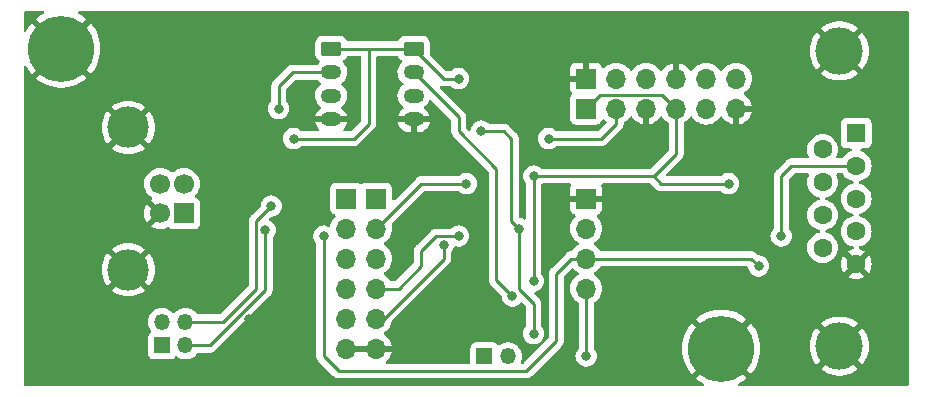
<source format=gbr>
%TF.GenerationSoftware,KiCad,Pcbnew,7.0.6*%
%TF.CreationDate,2023-08-24T17:38:11-04:00*%
%TF.ProjectId,usbio,75736269-6f2e-46b6-9963-61645f706362,rev?*%
%TF.SameCoordinates,Original*%
%TF.FileFunction,Copper,L2,Bot*%
%TF.FilePolarity,Positive*%
%FSLAX46Y46*%
G04 Gerber Fmt 4.6, Leading zero omitted, Abs format (unit mm)*
G04 Created by KiCad (PCBNEW 7.0.6) date 2023-08-24 17:38:11*
%MOMM*%
%LPD*%
G01*
G04 APERTURE LIST*
G04 Aperture macros list*
%AMRoundRect*
0 Rectangle with rounded corners*
0 $1 Rounding radius*
0 $2 $3 $4 $5 $6 $7 $8 $9 X,Y pos of 4 corners*
0 Add a 4 corners polygon primitive as box body*
4,1,4,$2,$3,$4,$5,$6,$7,$8,$9,$2,$3,0*
0 Add four circle primitives for the rounded corners*
1,1,$1+$1,$2,$3*
1,1,$1+$1,$4,$5*
1,1,$1+$1,$6,$7*
1,1,$1+$1,$8,$9*
0 Add four rect primitives between the rounded corners*
20,1,$1+$1,$2,$3,$4,$5,0*
20,1,$1+$1,$4,$5,$6,$7,0*
20,1,$1+$1,$6,$7,$8,$9,0*
20,1,$1+$1,$8,$9,$2,$3,0*%
G04 Aperture macros list end*
%TA.AperFunction,ComponentPad*%
%ADD10R,1.700000X1.700000*%
%TD*%
%TA.AperFunction,ComponentPad*%
%ADD11O,1.700000X1.700000*%
%TD*%
%TA.AperFunction,ComponentPad*%
%ADD12C,5.600000*%
%TD*%
%TA.AperFunction,ComponentPad*%
%ADD13C,4.000000*%
%TD*%
%TA.AperFunction,ComponentPad*%
%ADD14R,1.600000X1.600000*%
%TD*%
%TA.AperFunction,ComponentPad*%
%ADD15C,1.600000*%
%TD*%
%TA.AperFunction,ComponentPad*%
%ADD16RoundRect,0.250000X-0.625000X0.350000X-0.625000X-0.350000X0.625000X-0.350000X0.625000X0.350000X0*%
%TD*%
%TA.AperFunction,ComponentPad*%
%ADD17O,1.750000X1.200000*%
%TD*%
%TA.AperFunction,ComponentPad*%
%ADD18C,1.700000*%
%TD*%
%TA.AperFunction,ComponentPad*%
%ADD19C,3.500000*%
%TD*%
%TA.AperFunction,ComponentPad*%
%ADD20R,1.350000X1.350000*%
%TD*%
%TA.AperFunction,ComponentPad*%
%ADD21O,1.350000X1.350000*%
%TD*%
%TA.AperFunction,ViaPad*%
%ADD22C,0.800000*%
%TD*%
%TA.AperFunction,Conductor*%
%ADD23C,0.250000*%
%TD*%
G04 APERTURE END LIST*
D10*
%TO.P,J10,1,Pin_1*%
%TO.N,+3.3V*%
X127000000Y-60960000D03*
D11*
%TO.P,J10,2,Pin_2*%
%TO.N,/AN3*%
X129540000Y-60960000D03*
%TO.P,J10,3,Pin_3*%
%TO.N,GND*%
X132080000Y-60960000D03*
%TO.P,J10,4,Pin_4*%
%TO.N,+3.3V*%
X134620000Y-60960000D03*
%TO.P,J10,5,Pin_5*%
%TO.N,/AN4*%
X137160000Y-60960000D03*
%TO.P,J10,6,Pin_6*%
%TO.N,GND*%
X139700000Y-60960000D03*
%TD*%
D12*
%TO.P,H2,1,1*%
%TO.N,GND*%
X138430000Y-81280000D03*
%TD*%
D13*
%TO.P,J2,0,PAD*%
%TO.N,GND*%
X148440000Y-56080000D03*
X148440000Y-81080000D03*
D14*
%TO.P,J2,1,1*%
%TO.N,unconnected-(J2-Pad1)*%
X149860000Y-63040000D03*
D15*
%TO.P,J2,2,2*%
%TO.N,Net-(U2-R1IN)*%
X149860000Y-65810000D03*
%TO.P,J2,3,3*%
%TO.N,Net-(U2-T1OUT)*%
X149860000Y-68580000D03*
%TO.P,J2,4,4*%
%TO.N,unconnected-(J2-Pad4)*%
X149860000Y-71350000D03*
%TO.P,J2,5,5*%
%TO.N,GND*%
X149860000Y-74120000D03*
%TO.P,J2,6,6*%
%TO.N,unconnected-(J2-Pad6)*%
X147020000Y-64425000D03*
%TO.P,J2,7,7*%
%TO.N,unconnected-(J2-Pad7)*%
X147020000Y-67195000D03*
%TO.P,J2,8,8*%
%TO.N,unconnected-(J2-Pad8)*%
X147020000Y-69965000D03*
%TO.P,J2,9,9*%
%TO.N,unconnected-(J2-Pad9)*%
X147020000Y-72735000D03*
%TD*%
D10*
%TO.P,J6,1,Pin_1*%
%TO.N,+3.3V*%
X106680000Y-68580000D03*
D11*
%TO.P,J6,2,Pin_2*%
%TO.N,Net-(J6-Pin_2)*%
X106680000Y-71120000D03*
%TO.P,J6,3,Pin_3*%
%TO.N,Net-(J6-Pin_3)*%
X106680000Y-73660000D03*
%TO.P,J6,4,Pin_4*%
%TO.N,Net-(J6-Pin_4)*%
X106680000Y-76200000D03*
%TO.P,J6,5,Pin_5*%
%TO.N,Net-(J6-Pin_5)*%
X106680000Y-78740000D03*
%TO.P,J6,6,Pin_6*%
%TO.N,GND*%
X106680000Y-81280000D03*
%TD*%
D16*
%TO.P,J3,1,Pin_1*%
%TO.N,/SCL*%
X105410000Y-55880000D03*
D17*
%TO.P,J3,2,Pin_2*%
%TO.N,/SDA*%
X105410000Y-57880000D03*
%TO.P,J3,3,Pin_3*%
%TO.N,+3.3V*%
X105410000Y-59880000D03*
%TO.P,J3,4,Pin_4*%
%TO.N,GND*%
X105410000Y-61880000D03*
%TD*%
D10*
%TO.P,J5,1,Pin_1*%
%TO.N,+3.3V*%
X109220000Y-68580000D03*
D11*
%TO.P,J5,2,Pin_2*%
%TO.N,Net-(J5-Pin_2)*%
X109220000Y-71120000D03*
%TO.P,J5,3,Pin_3*%
%TO.N,Net-(J5-Pin_3)*%
X109220000Y-73660000D03*
%TO.P,J5,4,Pin_4*%
%TO.N,Net-(J5-Pin_4)*%
X109220000Y-76200000D03*
%TO.P,J5,5,Pin_5*%
%TO.N,Net-(J5-Pin_5)*%
X109220000Y-78740000D03*
%TO.P,J5,6,Pin_6*%
%TO.N,GND*%
X109220000Y-81280000D03*
%TD*%
D10*
%TO.P,J1,1,VBUS*%
%TO.N,+5V*%
X92937500Y-69830000D03*
D18*
%TO.P,J1,2,D-*%
%TO.N,Net-(J1-D-)*%
X92937500Y-67330000D03*
%TO.P,J1,3,D+*%
%TO.N,Net-(J1-D+)*%
X90937500Y-67330000D03*
%TO.P,J1,4,GND*%
%TO.N,GND*%
X90937500Y-69830000D03*
D19*
%TO.P,J1,5,Shield*%
X88227500Y-74600000D03*
X88227500Y-62560000D03*
%TD*%
D20*
%TO.P,JP1,1,A*%
%TO.N,+3.3V*%
X118380000Y-81915000D03*
D21*
%TO.P,JP1,2,B*%
%TO.N,/ADDR0*%
X120380000Y-81915000D03*
%TD*%
D12*
%TO.P,H1,1,1*%
%TO.N,GND*%
X82550000Y-55880000D03*
%TD*%
D10*
%TO.P,J7,1,Pin_1*%
%TO.N,GND*%
X127000000Y-68580000D03*
D11*
%TO.P,J7,2,Pin_2*%
%TO.N,Net-(J7-Pin_2)*%
X127000000Y-71120000D03*
%TO.P,J7,3,Pin_3*%
%TO.N,Net-(J7-Pin_3)*%
X127000000Y-73660000D03*
%TO.P,J7,4,Pin_4*%
%TO.N,+3.3V*%
X127000000Y-76200000D03*
%TD*%
D10*
%TO.P,J9,1,Pin_1*%
%TO.N,GND*%
X127000000Y-58420000D03*
D11*
%TO.P,J9,2,Pin_2*%
%TO.N,/AN1p*%
X129540000Y-58420000D03*
%TO.P,J9,3,Pin_3*%
%TO.N,/AN1n*%
X132080000Y-58420000D03*
%TO.P,J9,4,Pin_4*%
%TO.N,GND*%
X134620000Y-58420000D03*
%TO.P,J9,5,Pin_5*%
%TO.N,/AN2p*%
X137160000Y-58420000D03*
%TO.P,J9,6,Pin_6*%
%TO.N,/AN2n*%
X139700000Y-58420000D03*
%TD*%
D20*
%TO.P,J8,1,Pin_1*%
%TO.N,Net-(J8-Pin_1)*%
X91075000Y-81010000D03*
D21*
%TO.P,J8,2,Pin_2*%
%TO.N,Net-(J8-Pin_2)*%
X91075000Y-79010000D03*
%TO.P,J8,3,Pin_3*%
%TO.N,/SCL*%
X93075000Y-81010000D03*
%TO.P,J8,4,Pin_4*%
%TO.N,/SDA*%
X93075000Y-79010000D03*
%TD*%
D16*
%TO.P,J4,1,Pin_1*%
%TO.N,/SCL*%
X112395000Y-55880000D03*
D17*
%TO.P,J4,2,Pin_2*%
%TO.N,/SDA*%
X112395000Y-57880000D03*
%TO.P,J4,3,Pin_3*%
%TO.N,+3.3V*%
X112395000Y-59880000D03*
%TO.P,J4,4,Pin_4*%
%TO.N,GND*%
X112395000Y-61880000D03*
%TD*%
D22*
%TO.N,GND*%
X90805000Y-55880000D03*
X133350000Y-79375000D03*
X114935000Y-66040000D03*
X98425000Y-78740000D03*
X118745000Y-57785000D03*
X125095000Y-83185000D03*
X98425000Y-68580000D03*
%TO.N,+3.3V*%
X127000000Y-81915000D03*
X122555000Y-75565000D03*
X122555000Y-66675000D03*
X139065000Y-67310000D03*
%TO.N,Net-(U2-R1IN)*%
X143510000Y-71755000D03*
%TO.N,/SCL*%
X99824125Y-71249125D03*
X102235000Y-63500000D03*
X116205000Y-58420000D03*
%TO.N,Net-(J5-Pin_2)*%
X116840000Y-67310000D03*
%TO.N,Net-(J5-Pin_4)*%
X116205000Y-71755000D03*
%TO.N,Net-(J5-Pin_5)*%
X114935000Y-72479500D03*
%TO.N,/SDA*%
X100330000Y-69215000D03*
X100965000Y-60960000D03*
X120739500Y-76835000D03*
%TO.N,Net-(J7-Pin_3)*%
X141605000Y-74295000D03*
X104775000Y-71755000D03*
%TO.N,/ADDR0*%
X118110000Y-62865000D03*
X121285000Y-71120000D03*
X122555000Y-80010000D03*
%TO.N,/AN3*%
X123825000Y-63500000D03*
%TD*%
D23*
%TO.N,+3.3V*%
X133445000Y-59785000D02*
X134620000Y-60960000D01*
X128175000Y-59785000D02*
X133445000Y-59785000D01*
X132715000Y-66675000D02*
X133350000Y-67310000D01*
X122555000Y-66675000D02*
X132715000Y-66675000D01*
X127000000Y-60960000D02*
X128175000Y-59785000D01*
X134620000Y-60960000D02*
X134620000Y-64770000D01*
X133350000Y-67310000D02*
X139065000Y-67310000D01*
X134620000Y-64770000D02*
X132715000Y-66675000D01*
X127000000Y-76200000D02*
X127000000Y-81915000D01*
X122555000Y-75565000D02*
X122555000Y-66675000D01*
%TO.N,Net-(U2-R1IN)*%
X143510000Y-66675000D02*
X144375000Y-65810000D01*
X144375000Y-65810000D02*
X149860000Y-65810000D01*
X143510000Y-71755000D02*
X143510000Y-66675000D01*
%TO.N,/SCL*%
X112395000Y-55880000D02*
X114935000Y-58420000D01*
X114935000Y-58420000D02*
X116205000Y-58420000D01*
X108585000Y-62230000D02*
X108585000Y-55880000D01*
X93075000Y-81010000D02*
X95129695Y-81010000D01*
X99824125Y-76315570D02*
X99824125Y-71249125D01*
X107315000Y-63500000D02*
X108585000Y-62230000D01*
X108585000Y-55880000D02*
X105410000Y-55880000D01*
X102235000Y-63500000D02*
X107315000Y-63500000D01*
X95129695Y-81010000D02*
X99824125Y-76315570D01*
X113030000Y-55880000D02*
X108585000Y-55880000D01*
%TO.N,Net-(J5-Pin_2)*%
X116840000Y-67310000D02*
X113030000Y-67310000D01*
X113030000Y-67310000D02*
X109220000Y-71120000D01*
%TO.N,Net-(J5-Pin_4)*%
X109220000Y-76200000D02*
X111125000Y-76200000D01*
X113030000Y-73025000D02*
X114300000Y-71755000D01*
X114300000Y-71755000D02*
X116205000Y-71755000D01*
X113030000Y-74295000D02*
X113030000Y-73025000D01*
X111125000Y-76200000D02*
X113030000Y-74295000D01*
%TO.N,Net-(J5-Pin_5)*%
X109856396Y-78740000D02*
X109220000Y-78740000D01*
X114935000Y-73661396D02*
X109856396Y-78740000D01*
X114935000Y-72479500D02*
X114935000Y-73661396D01*
%TO.N,/SDA*%
X119380000Y-66040000D02*
X116205000Y-62865000D01*
X119380000Y-75475500D02*
X119380000Y-66040000D01*
X93075000Y-79010000D02*
X96250000Y-79010000D01*
X99060000Y-76200000D02*
X99060000Y-70485000D01*
X112395000Y-57880000D02*
X116205000Y-61690000D01*
X96250000Y-79010000D02*
X99060000Y-76200000D01*
X99060000Y-70485000D02*
X100330000Y-69215000D01*
X116205000Y-61690000D02*
X116205000Y-62865000D01*
X100965000Y-60960000D02*
X100965000Y-59055000D01*
X120739500Y-76835000D02*
X119380000Y-75475500D01*
X100965000Y-59055000D02*
X102140000Y-57880000D01*
X102140000Y-57880000D02*
X105410000Y-57880000D01*
%TO.N,Net-(J7-Pin_3)*%
X124460000Y-80645000D02*
X121920000Y-83185000D01*
X121920000Y-83185000D02*
X106045000Y-83185000D01*
X104775000Y-81915000D02*
X104775000Y-71755000D01*
X140970000Y-73660000D02*
X127000000Y-73660000D01*
X127000000Y-73660000D02*
X125730000Y-73660000D01*
X125730000Y-73660000D02*
X124460000Y-74930000D01*
X106045000Y-83185000D02*
X104775000Y-81915000D01*
X124460000Y-74930000D02*
X124460000Y-80645000D01*
X141605000Y-74295000D02*
X140970000Y-73660000D01*
%TO.N,/ADDR0*%
X121285000Y-76200000D02*
X121285000Y-71120000D01*
X122555000Y-80010000D02*
X122555000Y-77470000D01*
X122555000Y-77470000D02*
X121830000Y-76745000D01*
X120015000Y-62865000D02*
X118110000Y-62865000D01*
X121830000Y-76745000D02*
X121285000Y-76200000D01*
X120650000Y-70485000D02*
X120650000Y-63500000D01*
X121285000Y-71120000D02*
X120650000Y-70485000D01*
X120650000Y-63500000D02*
X120015000Y-62865000D01*
%TO.N,/AN3*%
X129540000Y-62230000D02*
X129540000Y-60960000D01*
X128270000Y-63500000D02*
X129540000Y-62230000D01*
X123825000Y-63500000D02*
X128270000Y-63500000D01*
%TD*%
%TA.AperFunction,Conductor*%
%TO.N,GND*%
G36*
X108760507Y-81070156D02*
G01*
X108720000Y-81208111D01*
X108720000Y-81351889D01*
X108760507Y-81489844D01*
X108786314Y-81530000D01*
X107113686Y-81530000D01*
X107139493Y-81489844D01*
X107180000Y-81351889D01*
X107180000Y-81208111D01*
X107139493Y-81070156D01*
X107113686Y-81030000D01*
X108786314Y-81030000D01*
X108760507Y-81070156D01*
G37*
%TD.AperFunction*%
%TA.AperFunction,Conductor*%
G36*
X107902539Y-56525185D02*
G01*
X107948294Y-56577989D01*
X107959499Y-56629499D01*
X107959499Y-59274938D01*
X107959499Y-61919547D01*
X107939814Y-61986586D01*
X107923180Y-62007228D01*
X107092228Y-62838181D01*
X107030905Y-62871666D01*
X107004547Y-62874500D01*
X106550292Y-62874500D01*
X106483253Y-62854815D01*
X106437498Y-62802011D01*
X106427554Y-62732853D01*
X106456579Y-62669297D01*
X106585106Y-62520969D01*
X106585114Y-62520958D01*
X106690144Y-62339039D01*
X106690147Y-62339032D01*
X106758855Y-62140517D01*
X106758855Y-62140515D01*
X106760368Y-62130000D01*
X105689560Y-62130000D01*
X105728278Y-62087941D01*
X105778551Y-61973330D01*
X105788886Y-61848605D01*
X105758163Y-61727281D01*
X105694606Y-61630000D01*
X106756257Y-61630000D01*
X106729229Y-61518590D01*
X106641959Y-61327492D01*
X106520110Y-61156380D01*
X106520104Y-61156374D01*
X106368067Y-61011408D01*
X106326641Y-60984784D01*
X106280887Y-60931979D01*
X106270944Y-60862821D01*
X106299970Y-60799265D01*
X106317030Y-60782999D01*
X106331347Y-60771740D01*
X106447886Y-60680092D01*
X106585519Y-60521256D01*
X106599805Y-60496513D01*
X106690601Y-60339249D01*
X106690602Y-60339247D01*
X106690604Y-60339244D01*
X106759344Y-60140633D01*
X106789254Y-59932602D01*
X106779254Y-59722670D01*
X106729704Y-59518424D01*
X106729701Y-59518417D01*
X106642401Y-59327256D01*
X106642398Y-59327251D01*
X106642397Y-59327250D01*
X106642396Y-59327247D01*
X106520486Y-59156048D01*
X106520484Y-59156046D01*
X106520479Y-59156040D01*
X106368379Y-59011014D01*
X106327057Y-58984458D01*
X106281302Y-58931654D01*
X106271359Y-58862496D01*
X106300384Y-58798940D01*
X106317445Y-58782673D01*
X106360283Y-58748984D01*
X106447886Y-58680092D01*
X106585519Y-58521256D01*
X106690604Y-58339244D01*
X106759344Y-58140633D01*
X106789254Y-57932602D01*
X106779254Y-57722670D01*
X106729704Y-57518424D01*
X106723034Y-57503819D01*
X106642401Y-57327256D01*
X106642398Y-57327251D01*
X106642397Y-57327250D01*
X106642396Y-57327247D01*
X106520486Y-57156048D01*
X106510050Y-57146097D01*
X106417917Y-57058249D01*
X106382982Y-56997740D01*
X106386307Y-56927950D01*
X106426835Y-56871036D01*
X106438384Y-56862971D01*
X106503656Y-56822712D01*
X106627712Y-56698656D01*
X106710519Y-56564402D01*
X106762467Y-56517679D01*
X106816058Y-56505500D01*
X107835500Y-56505500D01*
X107902539Y-56525185D01*
G37*
%TD.AperFunction*%
%TA.AperFunction,Conductor*%
G36*
X154248039Y-52724685D02*
G01*
X154293794Y-52777489D01*
X154305000Y-52829000D01*
X154305000Y-84331000D01*
X154285315Y-84398039D01*
X154232511Y-84443794D01*
X154181000Y-84455000D01*
X139989906Y-84455000D01*
X139922867Y-84435315D01*
X139877112Y-84382511D01*
X139867168Y-84313353D01*
X139896193Y-84249797D01*
X139937840Y-84218461D01*
X139978009Y-84199876D01*
X140284629Y-84015390D01*
X140284632Y-84015388D01*
X140569504Y-83798836D01*
X140582742Y-83786294D01*
X139374180Y-82577733D01*
X139564870Y-82414870D01*
X139727733Y-82224180D01*
X140933556Y-83430003D01*
X141060964Y-83280008D01*
X141060975Y-83279994D01*
X141261781Y-82983827D01*
X141429393Y-82667677D01*
X141429402Y-82667659D01*
X141561850Y-82335239D01*
X141561852Y-82335232D01*
X141657578Y-81990457D01*
X141657584Y-81990431D01*
X141715472Y-81637331D01*
X141715473Y-81637314D01*
X141734846Y-81280002D01*
X141734846Y-81279997D01*
X141724003Y-81080005D01*
X145935057Y-81080005D01*
X145954807Y-81393942D01*
X145954808Y-81393949D01*
X146013755Y-81702958D01*
X146110963Y-82002132D01*
X146110965Y-82002137D01*
X146244900Y-82286761D01*
X146244903Y-82286767D01*
X146413457Y-82552367D01*
X146413460Y-82552371D01*
X146504286Y-82662160D01*
X147142266Y-82024180D01*
X147305130Y-82214870D01*
X147495818Y-82377732D01*
X146854971Y-83018579D01*
X146854972Y-83018581D01*
X147097772Y-83194985D01*
X147097790Y-83194996D01*
X147373447Y-83346540D01*
X147373455Y-83346544D01*
X147665926Y-83462340D01*
X147970620Y-83540573D01*
X147970629Y-83540575D01*
X148282701Y-83579999D01*
X148282715Y-83580000D01*
X148597285Y-83580000D01*
X148597298Y-83579999D01*
X148909370Y-83540575D01*
X148909379Y-83540573D01*
X149214073Y-83462340D01*
X149506544Y-83346544D01*
X149506552Y-83346540D01*
X149782209Y-83194996D01*
X149782219Y-83194990D01*
X150025026Y-83018579D01*
X150025027Y-83018579D01*
X149384180Y-82377733D01*
X149574870Y-82214870D01*
X149737733Y-82024181D01*
X150375712Y-82662160D01*
X150466544Y-82552364D01*
X150635096Y-82286767D01*
X150635099Y-82286761D01*
X150769034Y-82002137D01*
X150769036Y-82002132D01*
X150866244Y-81702958D01*
X150925191Y-81393949D01*
X150925192Y-81393942D01*
X150944943Y-81080005D01*
X150944943Y-81079994D01*
X150925192Y-80766057D01*
X150925191Y-80766050D01*
X150866244Y-80457041D01*
X150769036Y-80157867D01*
X150769034Y-80157862D01*
X150635099Y-79873238D01*
X150635096Y-79873232D01*
X150466542Y-79607632D01*
X150466539Y-79607628D01*
X150375712Y-79497838D01*
X149737732Y-80135818D01*
X149574870Y-79945130D01*
X149384179Y-79782265D01*
X150025027Y-79141419D01*
X150025026Y-79141417D01*
X149782227Y-78965014D01*
X149782209Y-78965003D01*
X149506552Y-78813459D01*
X149506544Y-78813455D01*
X149214073Y-78697659D01*
X148909379Y-78619426D01*
X148909370Y-78619424D01*
X148597298Y-78580000D01*
X148282701Y-78580000D01*
X147970629Y-78619424D01*
X147970620Y-78619426D01*
X147665926Y-78697659D01*
X147373455Y-78813455D01*
X147373447Y-78813459D01*
X147097787Y-78965004D01*
X147097782Y-78965007D01*
X146854972Y-79141418D01*
X146854971Y-79141419D01*
X147495819Y-79782266D01*
X147305130Y-79945130D01*
X147142266Y-80135818D01*
X146504286Y-79497838D01*
X146504285Y-79497838D01*
X146413459Y-79607629D01*
X146413457Y-79607632D01*
X146244903Y-79873232D01*
X146244900Y-79873238D01*
X146110965Y-80157862D01*
X146110963Y-80157867D01*
X146013755Y-80457041D01*
X145954808Y-80766050D01*
X145954807Y-80766057D01*
X145935057Y-81079994D01*
X145935057Y-81080005D01*
X141724003Y-81080005D01*
X141715473Y-80922685D01*
X141715472Y-80922668D01*
X141657584Y-80569568D01*
X141657578Y-80569542D01*
X141561852Y-80224767D01*
X141561850Y-80224760D01*
X141429402Y-79892340D01*
X141429393Y-79892322D01*
X141261781Y-79576172D01*
X141060966Y-79279992D01*
X140933557Y-79129995D01*
X140933556Y-79129994D01*
X139727732Y-80335818D01*
X139564870Y-80145130D01*
X139374179Y-79982266D01*
X140582743Y-78773703D01*
X140582742Y-78773702D01*
X140569514Y-78761171D01*
X140569513Y-78761170D01*
X140284632Y-78544611D01*
X140284629Y-78544609D01*
X139978009Y-78360123D01*
X139653260Y-78209877D01*
X139653255Y-78209876D01*
X139314144Y-78095616D01*
X138964660Y-78018688D01*
X138608924Y-77980000D01*
X138251075Y-77980000D01*
X137895339Y-78018688D01*
X137545855Y-78095616D01*
X137206744Y-78209876D01*
X137206739Y-78209877D01*
X136881990Y-78360123D01*
X136575370Y-78544609D01*
X136575367Y-78544611D01*
X136290491Y-78761166D01*
X136277256Y-78773703D01*
X136277255Y-78773704D01*
X137485818Y-79982267D01*
X137295130Y-80145130D01*
X137132266Y-80335818D01*
X135926442Y-79129994D01*
X135926441Y-79129995D01*
X135799040Y-79279983D01*
X135799033Y-79279993D01*
X135598218Y-79576172D01*
X135430606Y-79892322D01*
X135430597Y-79892340D01*
X135298149Y-80224760D01*
X135298147Y-80224767D01*
X135202421Y-80569542D01*
X135202415Y-80569568D01*
X135144527Y-80922668D01*
X135144526Y-80922685D01*
X135125153Y-81279997D01*
X135125153Y-81280002D01*
X135144526Y-81637314D01*
X135144527Y-81637331D01*
X135202415Y-81990431D01*
X135202421Y-81990457D01*
X135298147Y-82335232D01*
X135298149Y-82335239D01*
X135430597Y-82667659D01*
X135430606Y-82667677D01*
X135598218Y-82983827D01*
X135799033Y-83280007D01*
X135926441Y-83430003D01*
X135926442Y-83430004D01*
X137132266Y-82224180D01*
X137295130Y-82414870D01*
X137485818Y-82577732D01*
X136277255Y-83786295D01*
X136277256Y-83786296D01*
X136290485Y-83798828D01*
X136290486Y-83798829D01*
X136575367Y-84015388D01*
X136575370Y-84015390D01*
X136881990Y-84199876D01*
X136922160Y-84218461D01*
X136974738Y-84264475D01*
X136994092Y-84331611D01*
X136974078Y-84398552D01*
X136921049Y-84444047D01*
X136870094Y-84455000D01*
X79499000Y-84455000D01*
X79431961Y-84435315D01*
X79386206Y-84382511D01*
X79375000Y-84331000D01*
X79375000Y-79010000D01*
X89894464Y-79010000D01*
X89914564Y-79226918D01*
X89914564Y-79226920D01*
X89914565Y-79226923D01*
X89929665Y-79279993D01*
X89974184Y-79436462D01*
X90071288Y-79631472D01*
X90152747Y-79739341D01*
X90177439Y-79804702D01*
X90162874Y-79873037D01*
X90128105Y-79913334D01*
X90042452Y-79977455D01*
X89956206Y-80092664D01*
X89956202Y-80092671D01*
X89905908Y-80227517D01*
X89899501Y-80287116D01*
X89899500Y-80287135D01*
X89899500Y-81732870D01*
X89899501Y-81732876D01*
X89905908Y-81792483D01*
X89956202Y-81927328D01*
X89956206Y-81927335D01*
X90042452Y-82042544D01*
X90042455Y-82042547D01*
X90157664Y-82128793D01*
X90157671Y-82128797D01*
X90292517Y-82179091D01*
X90292516Y-82179091D01*
X90299444Y-82179835D01*
X90352127Y-82185500D01*
X91797872Y-82185499D01*
X91857483Y-82179091D01*
X91992331Y-82128796D01*
X92107546Y-82042546D01*
X92169785Y-81959404D01*
X92225718Y-81917535D01*
X92295410Y-81912551D01*
X92352588Y-81942078D01*
X92363568Y-81952088D01*
X92363570Y-81952089D01*
X92363571Y-81952090D01*
X92548786Y-82066770D01*
X92548792Y-82066773D01*
X92561745Y-82071791D01*
X92751931Y-82145470D01*
X92966074Y-82185500D01*
X92966076Y-82185500D01*
X93183924Y-82185500D01*
X93183926Y-82185500D01*
X93398069Y-82145470D01*
X93601210Y-82066772D01*
X93786432Y-81952088D01*
X93947427Y-81805322D01*
X94038460Y-81684773D01*
X94094568Y-81643137D01*
X94137414Y-81635500D01*
X95046952Y-81635500D01*
X95062572Y-81637224D01*
X95062599Y-81636939D01*
X95070355Y-81637671D01*
X95070362Y-81637673D01*
X95139509Y-81635500D01*
X95169045Y-81635500D01*
X95175923Y-81634630D01*
X95181736Y-81634172D01*
X95228322Y-81632709D01*
X95247564Y-81627117D01*
X95266607Y-81623174D01*
X95286487Y-81620664D01*
X95329817Y-81603507D01*
X95335341Y-81601617D01*
X95339091Y-81600527D01*
X95380085Y-81588618D01*
X95397324Y-81578422D01*
X95414798Y-81569862D01*
X95433422Y-81562488D01*
X95433422Y-81562487D01*
X95433427Y-81562486D01*
X95471144Y-81535082D01*
X95476000Y-81531892D01*
X95516115Y-81508170D01*
X95530284Y-81493999D01*
X95545074Y-81481368D01*
X95561282Y-81469594D01*
X95590994Y-81433676D01*
X95594907Y-81429376D01*
X100207911Y-76816372D01*
X100220173Y-76806550D01*
X100219990Y-76806329D01*
X100225992Y-76801362D01*
X100226002Y-76801356D01*
X100273366Y-76750918D01*
X100294245Y-76730040D01*
X100298498Y-76724556D01*
X100302275Y-76720133D01*
X100334187Y-76686152D01*
X100343839Y-76668593D01*
X100354514Y-76652342D01*
X100366799Y-76636506D01*
X100385311Y-76593722D01*
X100387867Y-76588505D01*
X100407530Y-76552741D01*
X100410319Y-76547668D01*
X100410319Y-76547667D01*
X100410322Y-76547662D01*
X100415305Y-76528250D01*
X100421602Y-76509861D01*
X100429563Y-76491465D01*
X100436854Y-76445423D01*
X100438033Y-76439732D01*
X100449625Y-76394589D01*
X100449625Y-76374553D01*
X100451152Y-76355152D01*
X100454285Y-76335374D01*
X100449900Y-76288985D01*
X100449625Y-76283147D01*
X100449625Y-71947812D01*
X100469310Y-71880773D01*
X100481475Y-71864840D01*
X100500016Y-71844247D01*
X100556658Y-71781341D01*
X100651304Y-71617409D01*
X100709799Y-71437381D01*
X100729585Y-71249125D01*
X100709799Y-71060869D01*
X100651304Y-70880841D01*
X100556658Y-70716909D01*
X100429996Y-70576237D01*
X100429995Y-70576236D01*
X100276859Y-70464976D01*
X100276857Y-70464975D01*
X100225628Y-70442166D01*
X100172392Y-70396915D01*
X100152071Y-70330066D01*
X100171117Y-70262842D01*
X100188385Y-70241205D01*
X100277774Y-70151818D01*
X100339097Y-70118333D01*
X100365454Y-70115500D01*
X100424644Y-70115500D01*
X100424646Y-70115500D01*
X100609803Y-70076144D01*
X100782730Y-69999151D01*
X100935871Y-69887888D01*
X101062533Y-69747216D01*
X101157179Y-69583284D01*
X101215674Y-69403256D01*
X101235460Y-69215000D01*
X101215674Y-69026744D01*
X101157179Y-68846716D01*
X101062533Y-68682784D01*
X100935871Y-68542112D01*
X100927742Y-68536206D01*
X100782734Y-68430851D01*
X100782729Y-68430848D01*
X100609807Y-68353857D01*
X100609802Y-68353855D01*
X100462039Y-68322448D01*
X100424646Y-68314500D01*
X100235354Y-68314500D01*
X100202897Y-68321398D01*
X100050197Y-68353855D01*
X100050192Y-68353857D01*
X99877270Y-68430848D01*
X99877265Y-68430851D01*
X99724129Y-68542111D01*
X99597466Y-68682785D01*
X99502821Y-68846715D01*
X99502818Y-68846722D01*
X99444406Y-69026497D01*
X99444326Y-69026744D01*
X99426679Y-69194649D01*
X99400094Y-69259263D01*
X99391039Y-69269368D01*
X98676208Y-69984199D01*
X98663951Y-69994020D01*
X98664134Y-69994241D01*
X98658123Y-69999213D01*
X98610772Y-70049636D01*
X98589889Y-70070519D01*
X98589877Y-70070532D01*
X98585621Y-70076017D01*
X98581837Y-70080447D01*
X98549937Y-70114418D01*
X98549936Y-70114420D01*
X98540284Y-70131976D01*
X98529610Y-70148226D01*
X98517329Y-70164061D01*
X98517324Y-70164068D01*
X98498815Y-70206838D01*
X98496245Y-70212084D01*
X98473803Y-70252906D01*
X98468822Y-70272307D01*
X98462521Y-70290710D01*
X98454562Y-70309102D01*
X98454561Y-70309105D01*
X98447271Y-70355127D01*
X98446087Y-70360846D01*
X98434501Y-70405972D01*
X98434500Y-70405982D01*
X98434500Y-70426016D01*
X98432973Y-70445415D01*
X98429840Y-70465194D01*
X98429840Y-70465195D01*
X98434225Y-70511583D01*
X98434500Y-70517421D01*
X98434500Y-75889547D01*
X98414815Y-75956586D01*
X98398181Y-75977228D01*
X96027228Y-78348181D01*
X95965905Y-78381666D01*
X95939547Y-78384500D01*
X94137414Y-78384500D01*
X94070375Y-78364815D01*
X94038460Y-78335226D01*
X93947427Y-78214678D01*
X93947423Y-78214674D01*
X93947421Y-78214672D01*
X93786433Y-78067913D01*
X93786423Y-78067906D01*
X93601213Y-77953229D01*
X93601207Y-77953226D01*
X93489438Y-77909927D01*
X93398069Y-77874530D01*
X93183926Y-77834500D01*
X92966074Y-77834500D01*
X92751931Y-77874530D01*
X92710352Y-77890638D01*
X92548792Y-77953226D01*
X92548786Y-77953229D01*
X92363576Y-78067906D01*
X92363566Y-78067913D01*
X92202573Y-78214676D01*
X92173953Y-78252576D01*
X92117844Y-78294211D01*
X92048132Y-78298902D01*
X91986950Y-78265159D01*
X91976047Y-78252576D01*
X91947426Y-78214676D01*
X91786433Y-78067913D01*
X91786423Y-78067906D01*
X91601213Y-77953229D01*
X91601207Y-77953226D01*
X91489438Y-77909927D01*
X91398069Y-77874530D01*
X91183926Y-77834500D01*
X90966074Y-77834500D01*
X90751931Y-77874530D01*
X90710352Y-77890638D01*
X90548792Y-77953226D01*
X90548786Y-77953229D01*
X90363576Y-78067906D01*
X90363566Y-78067913D01*
X90202574Y-78214676D01*
X90071288Y-78388527D01*
X89974184Y-78583537D01*
X89974182Y-78583541D01*
X89974183Y-78583541D01*
X89923645Y-78761166D01*
X89914564Y-78793081D01*
X89894464Y-79009999D01*
X89894464Y-79010000D01*
X79375000Y-79010000D01*
X79375000Y-74600000D01*
X85972672Y-74600000D01*
X85991962Y-74894312D01*
X85991964Y-74894324D01*
X86049501Y-75183584D01*
X86049505Y-75183599D01*
X86144312Y-75462888D01*
X86274758Y-75727406D01*
X86274765Y-75727419D01*
X86438622Y-75972648D01*
X86467906Y-76006039D01*
X87246042Y-75227903D01*
X87293827Y-75305077D01*
X87439282Y-75464634D01*
X87597179Y-75583872D01*
X86821459Y-76359592D01*
X86821459Y-76359593D01*
X86854844Y-76388872D01*
X86854848Y-76388875D01*
X87100080Y-76552734D01*
X87100093Y-76552741D01*
X87364611Y-76683187D01*
X87643900Y-76777994D01*
X87643915Y-76777998D01*
X87933175Y-76835535D01*
X87933187Y-76835537D01*
X88227499Y-76854827D01*
X88521812Y-76835537D01*
X88521824Y-76835535D01*
X88811084Y-76777998D01*
X88811099Y-76777994D01*
X89090388Y-76683187D01*
X89354906Y-76552741D01*
X89354919Y-76552734D01*
X89600150Y-76388877D01*
X89633539Y-76359593D01*
X89633540Y-76359592D01*
X88857819Y-75583872D01*
X89015718Y-75464634D01*
X89161173Y-75305077D01*
X89208956Y-75227904D01*
X89987092Y-76006040D01*
X89987093Y-76006039D01*
X90016377Y-75972650D01*
X90180234Y-75727419D01*
X90180241Y-75727406D01*
X90310687Y-75462888D01*
X90405494Y-75183599D01*
X90405498Y-75183584D01*
X90463035Y-74894324D01*
X90463037Y-74894312D01*
X90482327Y-74599999D01*
X90463037Y-74305687D01*
X90463035Y-74305675D01*
X90405498Y-74016415D01*
X90405494Y-74016400D01*
X90310687Y-73737111D01*
X90180241Y-73472593D01*
X90180234Y-73472580D01*
X90016375Y-73227348D01*
X90016372Y-73227344D01*
X89987093Y-73193959D01*
X89987092Y-73193959D01*
X89208956Y-73972095D01*
X89161173Y-73894923D01*
X89015718Y-73735366D01*
X88857819Y-73616127D01*
X89633539Y-72840406D01*
X89600148Y-72811122D01*
X89354919Y-72647265D01*
X89354906Y-72647258D01*
X89090388Y-72516812D01*
X88811099Y-72422005D01*
X88811084Y-72422001D01*
X88521824Y-72364464D01*
X88521812Y-72364462D01*
X88227500Y-72345172D01*
X87933187Y-72364462D01*
X87933175Y-72364464D01*
X87643915Y-72422001D01*
X87643900Y-72422005D01*
X87364611Y-72516812D01*
X87100093Y-72647258D01*
X87100080Y-72647265D01*
X86854850Y-72811123D01*
X86821458Y-72840406D01*
X87597180Y-73616127D01*
X87439282Y-73735366D01*
X87293827Y-73894923D01*
X87246043Y-73972095D01*
X86467906Y-73193958D01*
X86438623Y-73227350D01*
X86274765Y-73472580D01*
X86274758Y-73472593D01*
X86144312Y-73737111D01*
X86049505Y-74016400D01*
X86049501Y-74016415D01*
X85991964Y-74305675D01*
X85991962Y-74305687D01*
X85972672Y-74600000D01*
X79375000Y-74600000D01*
X79375000Y-67330000D01*
X89581841Y-67330000D01*
X89602436Y-67565403D01*
X89602438Y-67565413D01*
X89663594Y-67793655D01*
X89663596Y-67793659D01*
X89663597Y-67793663D01*
X89731910Y-67940160D01*
X89763465Y-68007830D01*
X89763467Y-68007834D01*
X89851463Y-68133504D01*
X89899005Y-68201401D01*
X90066099Y-68368495D01*
X90197103Y-68460225D01*
X90223531Y-68478730D01*
X90267155Y-68533307D01*
X90274348Y-68602806D01*
X90242826Y-68665160D01*
X90223530Y-68681880D01*
X90176126Y-68715072D01*
X90176125Y-68715072D01*
X90840480Y-69379427D01*
X90800381Y-69385471D01*
X90675446Y-69445637D01*
X90573795Y-69539955D01*
X90504461Y-69660045D01*
X90487649Y-69733702D01*
X89822572Y-69068625D01*
X89763901Y-69152419D01*
X89664070Y-69366507D01*
X89664066Y-69366516D01*
X89602932Y-69594673D01*
X89602930Y-69594684D01*
X89582343Y-69829998D01*
X89582343Y-69830001D01*
X89602930Y-70065315D01*
X89602932Y-70065326D01*
X89664066Y-70293483D01*
X89664070Y-70293492D01*
X89763900Y-70507579D01*
X89763902Y-70507583D01*
X89822572Y-70591373D01*
X89822573Y-70591373D01*
X90483720Y-69930226D01*
X90483967Y-69933516D01*
X90534628Y-70062598D01*
X90621086Y-70171013D01*
X90735659Y-70249127D01*
X90839800Y-70281250D01*
X90176125Y-70944925D01*
X90259921Y-71003599D01*
X90474007Y-71103429D01*
X90474016Y-71103433D01*
X90702173Y-71164567D01*
X90702184Y-71164569D01*
X90937498Y-71185157D01*
X90937502Y-71185157D01*
X91172815Y-71164569D01*
X91172826Y-71164567D01*
X91400983Y-71103433D01*
X91400992Y-71103430D01*
X91591580Y-71014557D01*
X91660657Y-71004065D01*
X91724441Y-71032585D01*
X91729208Y-71036988D01*
X91845164Y-71123793D01*
X91845171Y-71123797D01*
X91980017Y-71174091D01*
X91980016Y-71174091D01*
X91986944Y-71174835D01*
X92039627Y-71180500D01*
X93835372Y-71180499D01*
X93894983Y-71174091D01*
X94029831Y-71123796D01*
X94145046Y-71037546D01*
X94231296Y-70922331D01*
X94281591Y-70787483D01*
X94288000Y-70727873D01*
X94287999Y-68932128D01*
X94281591Y-68872517D01*
X94271967Y-68846715D01*
X94231297Y-68737671D01*
X94231293Y-68737664D01*
X94145047Y-68622455D01*
X94145044Y-68622452D01*
X94029835Y-68536206D01*
X94029828Y-68536202D01*
X93927551Y-68498056D01*
X93871617Y-68456185D01*
X93847200Y-68390721D01*
X93862051Y-68322448D01*
X93883203Y-68294193D01*
X93928194Y-68249202D01*
X93975995Y-68201401D01*
X94111535Y-68007830D01*
X94211403Y-67793663D01*
X94272563Y-67565408D01*
X94293159Y-67330000D01*
X94272563Y-67094592D01*
X94219825Y-66897770D01*
X94211405Y-66866344D01*
X94211404Y-66866343D01*
X94211403Y-66866337D01*
X94111535Y-66652171D01*
X94109414Y-66649141D01*
X93975994Y-66458597D01*
X93808902Y-66291506D01*
X93808895Y-66291501D01*
X93615334Y-66155967D01*
X93615330Y-66155965D01*
X93587063Y-66142784D01*
X93401163Y-66056097D01*
X93401159Y-66056096D01*
X93401155Y-66056094D01*
X93172913Y-65994938D01*
X93172903Y-65994936D01*
X92937501Y-65974341D01*
X92937499Y-65974341D01*
X92702096Y-65994936D01*
X92702086Y-65994938D01*
X92473844Y-66056094D01*
X92473835Y-66056098D01*
X92259671Y-66155964D01*
X92259669Y-66155965D01*
X92066096Y-66291506D01*
X92025179Y-66332423D01*
X91963856Y-66365908D01*
X91894164Y-66360922D01*
X91849818Y-66332422D01*
X91808902Y-66291506D01*
X91808895Y-66291501D01*
X91615334Y-66155967D01*
X91615330Y-66155965D01*
X91587063Y-66142784D01*
X91401163Y-66056097D01*
X91401159Y-66056096D01*
X91401155Y-66056094D01*
X91172913Y-65994938D01*
X91172903Y-65994936D01*
X90937501Y-65974341D01*
X90937499Y-65974341D01*
X90702096Y-65994936D01*
X90702086Y-65994938D01*
X90473844Y-66056094D01*
X90473835Y-66056098D01*
X90259671Y-66155964D01*
X90259669Y-66155965D01*
X90066097Y-66291505D01*
X89899005Y-66458597D01*
X89763465Y-66652169D01*
X89763464Y-66652171D01*
X89663598Y-66866335D01*
X89663594Y-66866344D01*
X89602438Y-67094586D01*
X89602436Y-67094596D01*
X89581841Y-67329999D01*
X89581841Y-67330000D01*
X79375000Y-67330000D01*
X79375000Y-62560000D01*
X85972672Y-62560000D01*
X85991962Y-62854312D01*
X85991964Y-62854324D01*
X86049501Y-63143584D01*
X86049505Y-63143599D01*
X86144312Y-63422888D01*
X86274758Y-63687406D01*
X86274765Y-63687419D01*
X86438622Y-63932648D01*
X86467906Y-63966039D01*
X87246042Y-63187903D01*
X87293827Y-63265077D01*
X87439282Y-63424634D01*
X87597179Y-63543872D01*
X86821459Y-64319592D01*
X86821459Y-64319593D01*
X86854844Y-64348872D01*
X86854848Y-64348875D01*
X87100080Y-64512734D01*
X87100093Y-64512741D01*
X87364611Y-64643187D01*
X87643900Y-64737994D01*
X87643915Y-64737998D01*
X87933175Y-64795535D01*
X87933187Y-64795537D01*
X88227499Y-64814827D01*
X88521812Y-64795537D01*
X88521824Y-64795535D01*
X88811084Y-64737998D01*
X88811099Y-64737994D01*
X89090388Y-64643187D01*
X89354906Y-64512741D01*
X89354919Y-64512734D01*
X89600150Y-64348877D01*
X89633539Y-64319593D01*
X89633540Y-64319592D01*
X88857819Y-63543872D01*
X89015718Y-63424634D01*
X89161173Y-63265077D01*
X89208956Y-63187904D01*
X89987092Y-63966040D01*
X89987093Y-63966039D01*
X90016377Y-63932650D01*
X90180234Y-63687419D01*
X90180241Y-63687406D01*
X90310687Y-63422888D01*
X90405494Y-63143599D01*
X90405498Y-63143584D01*
X90463035Y-62854324D01*
X90463037Y-62854312D01*
X90482327Y-62559999D01*
X90463037Y-62265687D01*
X90463035Y-62265675D01*
X90405498Y-61976415D01*
X90405494Y-61976400D01*
X90310687Y-61697111D01*
X90180241Y-61432593D01*
X90180234Y-61432580D01*
X90016375Y-61187348D01*
X90016372Y-61187344D01*
X89987093Y-61153959D01*
X89987092Y-61153959D01*
X89208956Y-61932095D01*
X89161173Y-61854923D01*
X89015718Y-61695366D01*
X88857819Y-61576127D01*
X89473945Y-60960000D01*
X100059540Y-60960000D01*
X100079326Y-61148256D01*
X100079327Y-61148259D01*
X100137818Y-61328277D01*
X100137821Y-61328284D01*
X100232467Y-61492216D01*
X100325035Y-61595023D01*
X100359129Y-61632888D01*
X100512265Y-61744148D01*
X100512270Y-61744151D01*
X100685192Y-61821142D01*
X100685197Y-61821144D01*
X100870354Y-61860500D01*
X100870355Y-61860500D01*
X101059644Y-61860500D01*
X101059646Y-61860500D01*
X101244803Y-61821144D01*
X101417730Y-61744151D01*
X101570871Y-61632888D01*
X101697533Y-61492216D01*
X101792179Y-61328284D01*
X101850674Y-61148256D01*
X101870460Y-60960000D01*
X101850674Y-60771744D01*
X101792179Y-60591716D01*
X101697533Y-60427784D01*
X101622350Y-60344284D01*
X101592120Y-60281292D01*
X101590500Y-60261312D01*
X101590500Y-59365452D01*
X101610185Y-59298413D01*
X101626819Y-59277771D01*
X102362772Y-58541819D01*
X102424095Y-58508334D01*
X102450453Y-58505500D01*
X104165480Y-58505500D01*
X104232519Y-58525185D01*
X104266487Y-58557573D01*
X104299509Y-58603947D01*
X104299520Y-58603959D01*
X104451619Y-58748984D01*
X104492941Y-58775540D01*
X104538696Y-58828344D01*
X104548640Y-58897503D01*
X104519615Y-58961059D01*
X104502555Y-58977326D01*
X104372112Y-59079909D01*
X104234478Y-59238746D01*
X104129398Y-59420750D01*
X104060656Y-59619365D01*
X104060656Y-59619367D01*
X104038301Y-59774855D01*
X104030746Y-59827401D01*
X104040745Y-60037327D01*
X104090296Y-60241578D01*
X104090298Y-60241582D01*
X104177598Y-60432743D01*
X104177601Y-60432748D01*
X104177602Y-60432750D01*
X104177604Y-60432753D01*
X104240627Y-60521256D01*
X104299515Y-60603953D01*
X104299520Y-60603959D01*
X104451619Y-60748984D01*
X104451621Y-60748985D01*
X104451622Y-60748986D01*
X104479591Y-60766961D01*
X104493386Y-60775826D01*
X104539141Y-60828630D01*
X104549085Y-60897789D01*
X104520060Y-60961345D01*
X104502999Y-60977612D01*
X104372462Y-61080268D01*
X104372459Y-61080271D01*
X104234894Y-61239030D01*
X104234885Y-61239041D01*
X104129855Y-61420960D01*
X104129852Y-61420967D01*
X104061144Y-61619482D01*
X104061144Y-61619484D01*
X104059632Y-61630000D01*
X105130440Y-61630000D01*
X105091722Y-61672059D01*
X105041449Y-61786670D01*
X105031114Y-61911395D01*
X105061837Y-62032719D01*
X105125394Y-62130000D01*
X104063742Y-62130000D01*
X104090770Y-62241409D01*
X104178040Y-62432507D01*
X104299889Y-62603619D01*
X104299895Y-62603625D01*
X104359813Y-62660757D01*
X104394748Y-62721266D01*
X104391423Y-62791057D01*
X104350895Y-62847971D01*
X104286030Y-62873939D01*
X104274243Y-62874500D01*
X102938748Y-62874500D01*
X102871709Y-62854815D01*
X102846600Y-62833474D01*
X102840873Y-62827114D01*
X102840869Y-62827110D01*
X102687734Y-62715851D01*
X102687729Y-62715848D01*
X102514807Y-62638857D01*
X102514802Y-62638855D01*
X102359798Y-62605909D01*
X102329646Y-62599500D01*
X102140354Y-62599500D01*
X102110202Y-62605909D01*
X101955197Y-62638855D01*
X101955192Y-62638857D01*
X101782270Y-62715848D01*
X101782265Y-62715851D01*
X101629129Y-62827111D01*
X101502466Y-62967785D01*
X101407821Y-63131715D01*
X101407818Y-63131722D01*
X101354063Y-63297165D01*
X101349326Y-63311744D01*
X101329540Y-63500000D01*
X101349326Y-63688256D01*
X101349327Y-63688259D01*
X101407818Y-63868277D01*
X101407821Y-63868284D01*
X101502467Y-64032216D01*
X101623401Y-64166526D01*
X101629129Y-64172888D01*
X101782265Y-64284148D01*
X101782270Y-64284151D01*
X101955192Y-64361142D01*
X101955197Y-64361144D01*
X102140354Y-64400500D01*
X102140355Y-64400500D01*
X102329644Y-64400500D01*
X102329646Y-64400500D01*
X102514803Y-64361144D01*
X102687730Y-64284151D01*
X102840871Y-64172888D01*
X102843788Y-64169647D01*
X102846600Y-64166526D01*
X102906087Y-64129879D01*
X102938748Y-64125500D01*
X107232257Y-64125500D01*
X107247877Y-64127224D01*
X107247904Y-64126939D01*
X107255660Y-64127671D01*
X107255667Y-64127673D01*
X107324814Y-64125500D01*
X107354350Y-64125500D01*
X107361228Y-64124630D01*
X107367041Y-64124172D01*
X107413627Y-64122709D01*
X107432869Y-64117117D01*
X107451912Y-64113174D01*
X107471792Y-64110664D01*
X107515122Y-64093507D01*
X107520646Y-64091617D01*
X107524396Y-64090527D01*
X107565390Y-64078618D01*
X107582629Y-64068422D01*
X107600103Y-64059862D01*
X107618727Y-64052488D01*
X107618727Y-64052487D01*
X107618732Y-64052486D01*
X107656449Y-64025082D01*
X107661305Y-64021892D01*
X107701420Y-63998170D01*
X107715589Y-63983999D01*
X107730379Y-63971368D01*
X107746587Y-63959594D01*
X107776299Y-63923676D01*
X107780212Y-63919376D01*
X108968787Y-62730802D01*
X108981042Y-62720986D01*
X108980859Y-62720764D01*
X108986866Y-62715792D01*
X108986877Y-62715786D01*
X109020735Y-62679731D01*
X109034227Y-62665364D01*
X109044671Y-62654918D01*
X109055120Y-62644471D01*
X109059379Y-62638978D01*
X109063152Y-62634561D01*
X109095062Y-62600582D01*
X109104713Y-62583024D01*
X109115396Y-62566761D01*
X109127673Y-62550936D01*
X109146185Y-62508153D01*
X109148738Y-62502941D01*
X109171197Y-62462092D01*
X109176180Y-62442680D01*
X109182481Y-62424280D01*
X109190437Y-62405896D01*
X109197729Y-62359852D01*
X109198906Y-62354171D01*
X109210500Y-62309019D01*
X109210500Y-62288983D01*
X109212027Y-62269582D01*
X109213615Y-62259560D01*
X109215160Y-62249804D01*
X109214366Y-62241409D01*
X109212325Y-62219815D01*
X109210772Y-62203394D01*
X109210500Y-62197599D01*
X109210500Y-56629500D01*
X109230185Y-56562461D01*
X109282989Y-56516706D01*
X109334500Y-56505500D01*
X110988942Y-56505500D01*
X111055981Y-56525185D01*
X111094479Y-56564401D01*
X111177288Y-56698656D01*
X111177289Y-56698657D01*
X111301344Y-56822712D01*
X111364739Y-56861814D01*
X111411464Y-56913762D01*
X111422687Y-56982724D01*
X111394844Y-57046806D01*
X111376296Y-57064822D01*
X111357118Y-57079903D01*
X111357112Y-57079909D01*
X111219478Y-57238746D01*
X111114398Y-57420750D01*
X111045656Y-57619365D01*
X111045656Y-57619367D01*
X111021846Y-57784977D01*
X111015746Y-57827401D01*
X111025745Y-58037327D01*
X111075296Y-58241578D01*
X111075298Y-58241582D01*
X111162598Y-58432743D01*
X111162601Y-58432748D01*
X111162602Y-58432750D01*
X111162604Y-58432753D01*
X111284514Y-58603952D01*
X111284515Y-58603953D01*
X111284520Y-58603959D01*
X111436619Y-58748984D01*
X111477941Y-58775540D01*
X111523696Y-58828344D01*
X111533640Y-58897503D01*
X111504615Y-58961059D01*
X111487555Y-58977326D01*
X111357112Y-59079909D01*
X111219478Y-59238746D01*
X111114398Y-59420750D01*
X111045656Y-59619365D01*
X111045656Y-59619367D01*
X111023301Y-59774855D01*
X111015746Y-59827401D01*
X111025745Y-60037327D01*
X111075296Y-60241578D01*
X111075298Y-60241582D01*
X111162598Y-60432743D01*
X111162601Y-60432748D01*
X111162602Y-60432750D01*
X111162604Y-60432753D01*
X111225627Y-60521256D01*
X111284515Y-60603953D01*
X111284520Y-60603959D01*
X111436619Y-60748984D01*
X111436621Y-60748985D01*
X111436622Y-60748986D01*
X111464591Y-60766961D01*
X111478386Y-60775826D01*
X111524141Y-60828630D01*
X111534085Y-60897789D01*
X111505060Y-60961345D01*
X111487999Y-60977612D01*
X111357462Y-61080268D01*
X111357459Y-61080271D01*
X111219894Y-61239030D01*
X111219885Y-61239041D01*
X111114855Y-61420960D01*
X111114852Y-61420967D01*
X111046144Y-61619482D01*
X111046144Y-61619484D01*
X111044632Y-61630000D01*
X112115440Y-61630000D01*
X112076722Y-61672059D01*
X112026449Y-61786670D01*
X112016114Y-61911395D01*
X112046837Y-62032719D01*
X112110394Y-62130000D01*
X111048742Y-62130000D01*
X111075770Y-62241409D01*
X111163040Y-62432507D01*
X111284889Y-62603619D01*
X111284895Y-62603625D01*
X111436932Y-62748592D01*
X111613657Y-62862166D01*
X111808685Y-62940244D01*
X112014962Y-62980000D01*
X112145000Y-62980000D01*
X112145000Y-62160617D01*
X112214052Y-62214363D01*
X112332424Y-62255000D01*
X112426073Y-62255000D01*
X112518446Y-62239586D01*
X112628514Y-62180019D01*
X112645000Y-62162110D01*
X112645000Y-62980000D01*
X112722398Y-62980000D01*
X112879122Y-62965034D01*
X112879126Y-62965033D01*
X113080686Y-62905850D01*
X113267414Y-62809586D01*
X113432537Y-62679731D01*
X113432540Y-62679728D01*
X113570105Y-62520969D01*
X113570114Y-62520958D01*
X113675144Y-62339039D01*
X113675147Y-62339032D01*
X113743855Y-62140517D01*
X113743855Y-62140515D01*
X113745368Y-62130000D01*
X112674560Y-62130000D01*
X112713278Y-62087941D01*
X112763551Y-61973330D01*
X112773886Y-61848605D01*
X112743163Y-61727281D01*
X112679606Y-61630000D01*
X113741257Y-61630000D01*
X113714229Y-61518590D01*
X113626959Y-61327492D01*
X113505110Y-61156380D01*
X113505104Y-61156374D01*
X113353067Y-61011408D01*
X113311641Y-60984784D01*
X113265887Y-60931979D01*
X113255944Y-60862821D01*
X113284970Y-60799265D01*
X113302030Y-60782999D01*
X113316347Y-60771740D01*
X113432886Y-60680092D01*
X113570519Y-60521256D01*
X113584805Y-60496513D01*
X113675602Y-60339247D01*
X113675603Y-60339245D01*
X113675604Y-60339244D01*
X113686419Y-60307995D01*
X113726946Y-60251081D01*
X113791811Y-60225113D01*
X113860418Y-60238335D01*
X113891280Y-60260870D01*
X115543181Y-61912770D01*
X115576666Y-61974093D01*
X115579500Y-62000451D01*
X115579499Y-62782254D01*
X115577776Y-62797872D01*
X115578061Y-62797899D01*
X115577326Y-62805666D01*
X115579499Y-62874814D01*
X115579499Y-62904351D01*
X115580368Y-62911232D01*
X115580826Y-62917051D01*
X115582290Y-62963624D01*
X115582291Y-62963627D01*
X115587880Y-62982867D01*
X115591824Y-63001911D01*
X115594336Y-63021791D01*
X115611490Y-63065119D01*
X115613382Y-63070647D01*
X115621740Y-63099415D01*
X115626382Y-63115390D01*
X115636040Y-63131722D01*
X115636580Y-63132634D01*
X115645136Y-63150100D01*
X115652514Y-63168732D01*
X115679898Y-63206423D01*
X115683106Y-63211307D01*
X115706827Y-63251416D01*
X115706833Y-63251424D01*
X115720990Y-63265580D01*
X115733628Y-63280376D01*
X115745405Y-63296586D01*
X115745406Y-63296587D01*
X115781309Y-63326288D01*
X115785620Y-63330210D01*
X118718182Y-66262772D01*
X118751666Y-66324093D01*
X118754500Y-66350451D01*
X118754500Y-75392755D01*
X118752775Y-75408372D01*
X118753061Y-75408399D01*
X118752326Y-75416165D01*
X118754500Y-75485314D01*
X118754500Y-75514843D01*
X118754501Y-75514860D01*
X118755368Y-75521731D01*
X118755826Y-75527550D01*
X118757290Y-75574124D01*
X118757291Y-75574127D01*
X118762880Y-75593367D01*
X118766824Y-75612411D01*
X118769336Y-75632292D01*
X118782191Y-75664760D01*
X118786490Y-75675619D01*
X118788382Y-75681147D01*
X118801382Y-75725890D01*
X118807564Y-75736344D01*
X118811580Y-75743134D01*
X118820138Y-75760603D01*
X118827514Y-75779232D01*
X118854898Y-75816923D01*
X118858106Y-75821807D01*
X118881827Y-75861916D01*
X118881833Y-75861924D01*
X118895990Y-75876080D01*
X118908628Y-75890876D01*
X118920405Y-75907086D01*
X118920406Y-75907087D01*
X118956309Y-75936788D01*
X118960620Y-75940710D01*
X119608396Y-76588487D01*
X119800538Y-76780629D01*
X119834023Y-76841952D01*
X119836178Y-76855348D01*
X119840660Y-76897989D01*
X119853826Y-77023256D01*
X119853827Y-77023259D01*
X119912318Y-77203277D01*
X119912321Y-77203284D01*
X120006967Y-77367216D01*
X120104220Y-77475226D01*
X120133629Y-77507888D01*
X120286765Y-77619148D01*
X120286770Y-77619151D01*
X120459692Y-77696142D01*
X120459697Y-77696144D01*
X120644854Y-77735500D01*
X120644855Y-77735500D01*
X120834144Y-77735500D01*
X120834146Y-77735500D01*
X121019303Y-77696144D01*
X121192230Y-77619151D01*
X121345371Y-77507888D01*
X121429890Y-77414019D01*
X121489377Y-77377371D01*
X121559234Y-77378702D01*
X121609721Y-77409311D01*
X121893180Y-77692771D01*
X121926665Y-77754094D01*
X121929499Y-77780452D01*
X121929500Y-79311312D01*
X121909815Y-79378351D01*
X121897650Y-79394284D01*
X121822466Y-79477784D01*
X121727821Y-79641715D01*
X121727818Y-79641722D01*
X121669327Y-79821740D01*
X121669326Y-79821744D01*
X121649540Y-80010000D01*
X121669326Y-80198256D01*
X121669327Y-80198259D01*
X121727818Y-80378277D01*
X121727821Y-80378284D01*
X121822467Y-80542216D01*
X121915778Y-80645848D01*
X121949129Y-80682888D01*
X122102265Y-80794148D01*
X122102270Y-80794151D01*
X122275192Y-80871142D01*
X122275197Y-80871144D01*
X122460354Y-80910500D01*
X122460355Y-80910500D01*
X122649644Y-80910500D01*
X122649646Y-80910500D01*
X122834803Y-80871144D01*
X123007730Y-80794151D01*
X123160871Y-80682888D01*
X123287533Y-80542216D01*
X123382179Y-80378284D01*
X123440674Y-80198256D01*
X123460460Y-80010000D01*
X123440674Y-79821744D01*
X123382179Y-79641716D01*
X123287533Y-79477784D01*
X123212348Y-79394283D01*
X123182119Y-79331293D01*
X123180499Y-79311324D01*
X123180499Y-77552749D01*
X123182224Y-77537128D01*
X123181938Y-77537101D01*
X123182671Y-77529341D01*
X123182673Y-77529333D01*
X123180500Y-77460185D01*
X123180500Y-77430650D01*
X123179631Y-77423772D01*
X123179172Y-77417943D01*
X123177709Y-77371372D01*
X123172122Y-77352144D01*
X123168174Y-77333084D01*
X123165663Y-77313204D01*
X123148512Y-77269887D01*
X123146619Y-77264358D01*
X123133618Y-77219609D01*
X123133616Y-77219606D01*
X123123423Y-77202371D01*
X123114861Y-77184894D01*
X123107487Y-77166270D01*
X123107486Y-77166268D01*
X123080079Y-77128545D01*
X123076888Y-77123686D01*
X123053172Y-77083583D01*
X123053165Y-77083574D01*
X123039006Y-77069415D01*
X123026368Y-77054619D01*
X123022549Y-77049362D01*
X123014594Y-77038413D01*
X123005274Y-77030703D01*
X122978688Y-77008709D01*
X122974376Y-77004786D01*
X122634188Y-76664597D01*
X122600704Y-76603276D01*
X122605688Y-76533584D01*
X122647560Y-76477651D01*
X122696089Y-76455628D01*
X122834803Y-76426144D01*
X123007730Y-76349151D01*
X123160871Y-76237888D01*
X123287533Y-76097216D01*
X123382179Y-75933284D01*
X123440674Y-75753256D01*
X123460460Y-75565000D01*
X123440674Y-75376744D01*
X123382179Y-75196716D01*
X123287533Y-75032784D01*
X123212348Y-74949283D01*
X123182119Y-74886293D01*
X123180500Y-74866324D01*
X123180500Y-67424500D01*
X123200185Y-67357461D01*
X123252989Y-67311706D01*
X123304500Y-67300500D01*
X125599990Y-67300500D01*
X125667029Y-67320185D01*
X125712784Y-67372989D01*
X125722728Y-67442147D01*
X125708821Y-67483928D01*
X125706647Y-67487908D01*
X125656403Y-67622620D01*
X125656401Y-67622627D01*
X125650000Y-67682155D01*
X125650000Y-68330000D01*
X126566314Y-68330000D01*
X126540507Y-68370156D01*
X126500000Y-68508111D01*
X126500000Y-68651889D01*
X126540507Y-68789844D01*
X126566314Y-68830000D01*
X125650000Y-68830000D01*
X125650000Y-69477844D01*
X125656401Y-69537372D01*
X125656403Y-69537379D01*
X125706645Y-69672086D01*
X125706649Y-69672093D01*
X125792809Y-69787187D01*
X125792812Y-69787190D01*
X125907906Y-69873350D01*
X125907913Y-69873354D01*
X126039470Y-69922421D01*
X126095403Y-69964292D01*
X126119821Y-70029756D01*
X126104970Y-70098029D01*
X126083819Y-70126284D01*
X125961503Y-70248600D01*
X125825968Y-70442166D01*
X125825964Y-70442171D01*
X125726098Y-70656335D01*
X125726094Y-70656344D01*
X125664938Y-70884586D01*
X125664936Y-70884596D01*
X125644341Y-71119999D01*
X125644341Y-71120000D01*
X125664936Y-71355403D01*
X125664938Y-71355413D01*
X125726094Y-71583655D01*
X125726096Y-71583659D01*
X125726097Y-71583663D01*
X125818275Y-71781339D01*
X125825965Y-71797830D01*
X125825967Y-71797834D01*
X125927793Y-71943256D01*
X125961501Y-71991396D01*
X125961506Y-71991402D01*
X126128597Y-72158493D01*
X126128603Y-72158498D01*
X126314158Y-72288425D01*
X126357783Y-72343002D01*
X126364977Y-72412500D01*
X126333454Y-72474855D01*
X126314158Y-72491575D01*
X126128597Y-72621505D01*
X125961505Y-72788597D01*
X125826495Y-72981413D01*
X125771918Y-73025038D01*
X125728825Y-73034228D01*
X125721284Y-73034466D01*
X125720203Y-73034500D01*
X125690650Y-73034500D01*
X125689929Y-73034590D01*
X125683757Y-73035369D01*
X125677945Y-73035826D01*
X125631373Y-73037290D01*
X125631372Y-73037290D01*
X125612129Y-73042881D01*
X125593079Y-73046825D01*
X125573211Y-73049334D01*
X125573209Y-73049335D01*
X125529884Y-73066488D01*
X125524357Y-73068380D01*
X125479610Y-73081381D01*
X125479609Y-73081382D01*
X125462367Y-73091579D01*
X125444899Y-73100137D01*
X125426269Y-73107513D01*
X125426267Y-73107514D01*
X125388576Y-73134898D01*
X125383694Y-73138105D01*
X125343579Y-73161830D01*
X125329408Y-73176000D01*
X125314623Y-73188628D01*
X125298412Y-73200407D01*
X125268709Y-73236310D01*
X125264777Y-73240631D01*
X124076208Y-74429199D01*
X124063951Y-74439020D01*
X124064134Y-74439241D01*
X124058123Y-74444213D01*
X124010772Y-74494636D01*
X123989889Y-74515519D01*
X123989877Y-74515532D01*
X123985621Y-74521017D01*
X123981837Y-74525447D01*
X123949937Y-74559418D01*
X123949936Y-74559420D01*
X123940284Y-74576976D01*
X123929610Y-74593226D01*
X123917329Y-74609061D01*
X123917324Y-74609068D01*
X123898815Y-74651838D01*
X123896245Y-74657084D01*
X123873803Y-74697906D01*
X123868822Y-74717307D01*
X123862521Y-74735710D01*
X123854562Y-74754102D01*
X123854561Y-74754105D01*
X123847271Y-74800127D01*
X123846087Y-74805846D01*
X123834501Y-74850972D01*
X123834500Y-74850982D01*
X123834500Y-74871016D01*
X123832973Y-74890415D01*
X123829840Y-74910194D01*
X123829840Y-74910195D01*
X123834225Y-74956583D01*
X123834500Y-74962421D01*
X123834500Y-80334546D01*
X123814815Y-80401585D01*
X123798181Y-80422227D01*
X121697228Y-82523181D01*
X121635905Y-82556666D01*
X121609547Y-82559500D01*
X121572513Y-82559500D01*
X121505474Y-82539815D01*
X121459719Y-82487011D01*
X121449775Y-82417853D01*
X121461513Y-82380229D01*
X121480814Y-82341465D01*
X121480815Y-82341464D01*
X121480815Y-82341461D01*
X121480817Y-82341459D01*
X121540435Y-82131923D01*
X121560536Y-81915000D01*
X121540435Y-81698077D01*
X121480817Y-81488541D01*
X121383712Y-81293528D01*
X121252427Y-81119678D01*
X121225016Y-81094690D01*
X121135996Y-81013537D01*
X121091432Y-80972912D01*
X121091428Y-80972909D01*
X121091423Y-80972906D01*
X120906213Y-80858229D01*
X120906207Y-80858226D01*
X120821113Y-80825260D01*
X120703069Y-80779530D01*
X120488926Y-80739500D01*
X120271074Y-80739500D01*
X120056931Y-80779530D01*
X120019198Y-80794148D01*
X119853792Y-80858226D01*
X119853786Y-80858229D01*
X119668565Y-80972913D01*
X119657585Y-80982923D01*
X119594780Y-81013537D01*
X119525393Y-81005336D01*
X119474785Y-80965594D01*
X119441018Y-80920488D01*
X119412546Y-80882454D01*
X119412544Y-80882453D01*
X119412544Y-80882452D01*
X119297335Y-80796206D01*
X119297328Y-80796202D01*
X119162482Y-80745908D01*
X119162483Y-80745908D01*
X119102883Y-80739501D01*
X119102881Y-80739500D01*
X119102873Y-80739500D01*
X119102864Y-80739500D01*
X117657129Y-80739500D01*
X117657123Y-80739501D01*
X117597516Y-80745908D01*
X117462671Y-80796202D01*
X117462664Y-80796206D01*
X117347455Y-80882452D01*
X117347452Y-80882455D01*
X117261206Y-80997664D01*
X117261202Y-80997671D01*
X117210908Y-81132517D01*
X117208599Y-81154000D01*
X117204500Y-81192127D01*
X117204500Y-81855667D01*
X117204501Y-82435500D01*
X117184816Y-82502539D01*
X117132013Y-82548294D01*
X117080501Y-82559500D01*
X110139614Y-82559500D01*
X110072575Y-82539815D01*
X110026820Y-82487011D01*
X110016876Y-82417853D01*
X110045901Y-82354297D01*
X110068491Y-82333925D01*
X110091079Y-82318108D01*
X110258105Y-82151082D01*
X110393600Y-81957578D01*
X110493429Y-81743492D01*
X110493432Y-81743486D01*
X110550636Y-81530000D01*
X109653686Y-81530000D01*
X109679493Y-81489844D01*
X109720000Y-81351889D01*
X109720000Y-81208111D01*
X109679493Y-81070156D01*
X109653686Y-81030000D01*
X110550636Y-81030000D01*
X110550635Y-81029999D01*
X110493432Y-80816513D01*
X110493429Y-80816507D01*
X110393600Y-80602422D01*
X110393599Y-80602420D01*
X110258113Y-80408926D01*
X110258108Y-80408920D01*
X110091078Y-80241890D01*
X109905405Y-80111879D01*
X109861780Y-80057302D01*
X109854588Y-79987804D01*
X109886110Y-79925449D01*
X109905406Y-79908730D01*
X110091401Y-79778495D01*
X110258495Y-79611401D01*
X110394035Y-79417830D01*
X110493903Y-79203663D01*
X110555063Y-78975408D01*
X110555873Y-78966140D01*
X110581321Y-78901075D01*
X110591712Y-78889272D01*
X115318786Y-74162198D01*
X115331048Y-74152376D01*
X115330865Y-74152155D01*
X115336867Y-74147188D01*
X115336877Y-74147182D01*
X115384241Y-74096744D01*
X115405120Y-74075866D01*
X115409373Y-74070382D01*
X115413150Y-74065959D01*
X115445062Y-74031978D01*
X115454714Y-74014419D01*
X115465389Y-73998168D01*
X115477674Y-73982332D01*
X115496186Y-73939548D01*
X115498742Y-73934331D01*
X115520139Y-73895413D01*
X115521194Y-73893494D01*
X115521194Y-73893493D01*
X115521197Y-73893488D01*
X115526180Y-73874076D01*
X115532477Y-73855687D01*
X115540438Y-73837291D01*
X115547729Y-73791249D01*
X115548908Y-73785558D01*
X115560500Y-73740415D01*
X115560500Y-73720379D01*
X115562027Y-73700978D01*
X115562967Y-73695048D01*
X115565160Y-73681200D01*
X115564448Y-73673673D01*
X115563156Y-73659999D01*
X115560772Y-73634790D01*
X115560500Y-73628995D01*
X115560500Y-73178187D01*
X115580185Y-73111147D01*
X115592350Y-73095215D01*
X115617245Y-73067566D01*
X115667533Y-73011716D01*
X115762179Y-72847784D01*
X115808611Y-72704880D01*
X115848048Y-72647206D01*
X115912407Y-72620007D01*
X115952318Y-72621908D01*
X116110354Y-72655500D01*
X116110355Y-72655500D01*
X116299644Y-72655500D01*
X116299646Y-72655500D01*
X116484803Y-72616144D01*
X116657730Y-72539151D01*
X116810871Y-72427888D01*
X116937533Y-72287216D01*
X117032179Y-72123284D01*
X117090674Y-71943256D01*
X117110460Y-71755000D01*
X117090674Y-71566744D01*
X117032179Y-71386716D01*
X116937533Y-71222784D01*
X116810871Y-71082112D01*
X116810870Y-71082111D01*
X116657734Y-70970851D01*
X116657729Y-70970848D01*
X116484807Y-70893857D01*
X116484802Y-70893855D01*
X116339001Y-70862865D01*
X116299646Y-70854500D01*
X116110354Y-70854500D01*
X116077897Y-70861398D01*
X115925197Y-70893855D01*
X115925192Y-70893857D01*
X115752270Y-70970848D01*
X115752265Y-70970851D01*
X115599130Y-71082110D01*
X115599126Y-71082114D01*
X115593400Y-71088474D01*
X115533913Y-71125121D01*
X115501252Y-71129500D01*
X114382737Y-71129500D01*
X114367120Y-71127776D01*
X114367093Y-71128062D01*
X114359331Y-71127327D01*
X114290203Y-71129500D01*
X114260650Y-71129500D01*
X114259929Y-71129590D01*
X114253757Y-71130369D01*
X114247945Y-71130826D01*
X114201373Y-71132290D01*
X114201372Y-71132290D01*
X114182129Y-71137881D01*
X114163079Y-71141825D01*
X114143211Y-71144334D01*
X114143209Y-71144335D01*
X114099884Y-71161488D01*
X114094357Y-71163380D01*
X114049610Y-71176381D01*
X114049609Y-71176382D01*
X114032367Y-71186579D01*
X114014899Y-71195137D01*
X113996269Y-71202513D01*
X113996267Y-71202514D01*
X113958576Y-71229898D01*
X113953694Y-71233105D01*
X113913579Y-71256830D01*
X113899408Y-71271000D01*
X113884623Y-71283628D01*
X113868412Y-71295407D01*
X113838709Y-71331310D01*
X113834777Y-71335631D01*
X112646208Y-72524199D01*
X112633951Y-72534020D01*
X112634134Y-72534241D01*
X112628123Y-72539213D01*
X112580772Y-72589636D01*
X112559889Y-72610519D01*
X112559877Y-72610532D01*
X112555621Y-72616017D01*
X112551837Y-72620447D01*
X112519937Y-72654418D01*
X112519936Y-72654420D01*
X112510284Y-72671976D01*
X112499610Y-72688226D01*
X112487329Y-72704061D01*
X112487324Y-72704068D01*
X112468815Y-72746838D01*
X112466245Y-72752084D01*
X112443803Y-72792906D01*
X112438822Y-72812307D01*
X112432521Y-72830710D01*
X112424562Y-72849102D01*
X112424561Y-72849105D01*
X112417271Y-72895127D01*
X112416087Y-72900846D01*
X112404501Y-72945972D01*
X112404500Y-72945982D01*
X112404500Y-72966016D01*
X112402973Y-72985415D01*
X112399840Y-73005194D01*
X112399839Y-73005197D01*
X112404224Y-73051585D01*
X112404499Y-73057421D01*
X112404499Y-73984546D01*
X112384814Y-74051585D01*
X112368180Y-74072227D01*
X110902228Y-75538181D01*
X110840905Y-75571666D01*
X110814547Y-75574500D01*
X110495227Y-75574500D01*
X110428188Y-75554815D01*
X110393652Y-75521623D01*
X110258494Y-75328597D01*
X110091402Y-75161506D01*
X110091396Y-75161501D01*
X109905842Y-75031575D01*
X109862217Y-74976998D01*
X109855023Y-74907500D01*
X109886546Y-74845145D01*
X109905842Y-74828425D01*
X109985742Y-74772478D01*
X110091401Y-74698495D01*
X110258495Y-74531401D01*
X110394035Y-74337830D01*
X110493903Y-74123663D01*
X110555063Y-73895408D01*
X110575659Y-73660000D01*
X110555063Y-73424592D01*
X110493903Y-73196337D01*
X110394035Y-72982171D01*
X110393652Y-72981623D01*
X110258494Y-72788597D01*
X110091402Y-72621506D01*
X110091396Y-72621501D01*
X109905842Y-72491575D01*
X109862217Y-72436998D01*
X109855023Y-72367500D01*
X109886546Y-72305145D01*
X109905842Y-72288425D01*
X109928026Y-72272891D01*
X110091401Y-72158495D01*
X110258495Y-71991401D01*
X110394035Y-71797830D01*
X110493903Y-71583663D01*
X110555063Y-71355408D01*
X110575659Y-71120000D01*
X110574251Y-71103912D01*
X110562610Y-70970851D01*
X110555063Y-70884592D01*
X110528142Y-70784125D01*
X110529806Y-70714276D01*
X110560235Y-70664353D01*
X113252770Y-67971819D01*
X113314094Y-67938334D01*
X113340452Y-67935500D01*
X116136252Y-67935500D01*
X116203291Y-67955185D01*
X116228400Y-67976526D01*
X116234126Y-67982885D01*
X116234130Y-67982889D01*
X116387265Y-68094148D01*
X116387270Y-68094151D01*
X116560192Y-68171142D01*
X116560197Y-68171144D01*
X116745354Y-68210500D01*
X116745355Y-68210500D01*
X116934644Y-68210500D01*
X116934646Y-68210500D01*
X117119803Y-68171144D01*
X117292730Y-68094151D01*
X117445871Y-67982888D01*
X117572533Y-67842216D01*
X117667179Y-67678284D01*
X117725674Y-67498256D01*
X117745460Y-67310000D01*
X117725674Y-67121744D01*
X117667179Y-66941716D01*
X117572533Y-66777784D01*
X117445871Y-66637112D01*
X117445870Y-66637111D01*
X117292734Y-66525851D01*
X117292729Y-66525848D01*
X117119807Y-66448857D01*
X117119802Y-66448855D01*
X116974001Y-66417865D01*
X116934646Y-66409500D01*
X116745354Y-66409500D01*
X116712897Y-66416398D01*
X116560197Y-66448855D01*
X116560192Y-66448857D01*
X116387270Y-66525848D01*
X116387265Y-66525851D01*
X116234130Y-66637110D01*
X116234126Y-66637114D01*
X116228400Y-66643474D01*
X116168913Y-66680121D01*
X116136252Y-66684500D01*
X113112743Y-66684500D01*
X113097122Y-66682775D01*
X113097095Y-66683061D01*
X113089333Y-66682326D01*
X113020172Y-66684500D01*
X112990649Y-66684500D01*
X112983778Y-66685367D01*
X112977959Y-66685825D01*
X112931374Y-66687289D01*
X112931368Y-66687290D01*
X112912126Y-66692880D01*
X112893087Y-66696823D01*
X112873217Y-66699334D01*
X112873203Y-66699337D01*
X112829883Y-66716488D01*
X112824358Y-66718380D01*
X112779613Y-66731380D01*
X112779610Y-66731381D01*
X112762366Y-66741579D01*
X112744905Y-66750133D01*
X112726274Y-66757510D01*
X112726262Y-66757517D01*
X112688570Y-66784902D01*
X112683687Y-66788109D01*
X112643580Y-66811829D01*
X112629414Y-66825995D01*
X112614624Y-66838627D01*
X112598414Y-66850404D01*
X112598411Y-66850407D01*
X112568710Y-66886309D01*
X112564777Y-66890631D01*
X110782180Y-68673228D01*
X110720857Y-68706713D01*
X110651165Y-68701729D01*
X110595232Y-68659857D01*
X110570815Y-68594393D01*
X110570499Y-68585547D01*
X110570499Y-67682129D01*
X110570498Y-67682123D01*
X110570497Y-67682116D01*
X110564091Y-67622517D01*
X110513796Y-67487669D01*
X110513795Y-67487668D01*
X110513793Y-67487664D01*
X110427547Y-67372455D01*
X110427544Y-67372452D01*
X110312335Y-67286206D01*
X110312328Y-67286202D01*
X110177482Y-67235908D01*
X110177483Y-67235908D01*
X110117883Y-67229501D01*
X110117881Y-67229500D01*
X110117873Y-67229500D01*
X110117864Y-67229500D01*
X108322129Y-67229500D01*
X108322123Y-67229501D01*
X108262516Y-67235908D01*
X108127671Y-67286202D01*
X108127669Y-67286203D01*
X108024311Y-67363578D01*
X107958847Y-67387995D01*
X107890574Y-67373144D01*
X107875689Y-67363578D01*
X107857806Y-67350191D01*
X107791428Y-67300500D01*
X107772330Y-67286203D01*
X107772328Y-67286202D01*
X107637482Y-67235908D01*
X107637483Y-67235908D01*
X107577883Y-67229501D01*
X107577881Y-67229500D01*
X107577873Y-67229500D01*
X107577864Y-67229500D01*
X105782129Y-67229500D01*
X105782123Y-67229501D01*
X105722516Y-67235908D01*
X105587671Y-67286202D01*
X105587664Y-67286206D01*
X105472455Y-67372452D01*
X105472452Y-67372455D01*
X105386206Y-67487664D01*
X105386202Y-67487671D01*
X105335908Y-67622517D01*
X105333869Y-67641488D01*
X105329501Y-67682123D01*
X105329500Y-67682135D01*
X105329500Y-69477870D01*
X105329501Y-69477876D01*
X105335908Y-69537483D01*
X105386202Y-69672328D01*
X105386206Y-69672335D01*
X105472452Y-69787544D01*
X105472455Y-69787547D01*
X105587664Y-69873793D01*
X105587671Y-69873797D01*
X105719081Y-69922810D01*
X105775015Y-69964681D01*
X105799432Y-70030145D01*
X105784580Y-70098418D01*
X105763430Y-70126673D01*
X105641503Y-70248600D01*
X105505968Y-70442166D01*
X105505964Y-70442171D01*
X105406098Y-70656335D01*
X105406094Y-70656344D01*
X105349372Y-70868038D01*
X105313007Y-70927699D01*
X105250160Y-70958228D01*
X105180785Y-70949933D01*
X105179161Y-70949224D01*
X105054807Y-70893857D01*
X105054802Y-70893855D01*
X104909001Y-70862865D01*
X104869646Y-70854500D01*
X104680354Y-70854500D01*
X104647897Y-70861398D01*
X104495197Y-70893855D01*
X104495192Y-70893857D01*
X104322270Y-70970848D01*
X104322265Y-70970851D01*
X104169129Y-71082111D01*
X104042466Y-71222785D01*
X103947821Y-71386715D01*
X103947818Y-71386722D01*
X103914819Y-71488284D01*
X103889326Y-71566744D01*
X103869540Y-71755000D01*
X103889326Y-71943256D01*
X103889327Y-71943259D01*
X103947818Y-72123277D01*
X103947821Y-72123284D01*
X104042467Y-72287216D01*
X104058611Y-72305145D01*
X104117650Y-72370715D01*
X104147880Y-72433706D01*
X104149500Y-72453687D01*
X104149500Y-81832255D01*
X104147775Y-81847872D01*
X104148061Y-81847899D01*
X104147326Y-81855665D01*
X104149500Y-81924814D01*
X104149500Y-81954343D01*
X104149501Y-81954360D01*
X104150368Y-81961231D01*
X104150826Y-81967050D01*
X104152290Y-82013624D01*
X104152291Y-82013627D01*
X104157880Y-82032867D01*
X104161824Y-82051911D01*
X104164336Y-82071792D01*
X104181490Y-82115119D01*
X104183382Y-82120647D01*
X104186658Y-82131923D01*
X104196382Y-82165390D01*
X104204484Y-82179091D01*
X104206580Y-82182634D01*
X104215138Y-82200103D01*
X104222514Y-82218732D01*
X104249898Y-82256423D01*
X104253106Y-82261307D01*
X104276827Y-82301416D01*
X104276833Y-82301424D01*
X104290990Y-82315580D01*
X104303628Y-82330376D01*
X104315405Y-82346586D01*
X104315406Y-82346587D01*
X104351309Y-82376288D01*
X104355620Y-82380210D01*
X105255403Y-83279994D01*
X105544197Y-83568788D01*
X105554022Y-83581051D01*
X105554243Y-83580869D01*
X105559214Y-83586878D01*
X105580043Y-83606437D01*
X105609635Y-83634226D01*
X105630529Y-83655120D01*
X105636011Y-83659373D01*
X105640443Y-83663157D01*
X105674418Y-83695062D01*
X105691976Y-83704714D01*
X105708235Y-83715395D01*
X105724064Y-83727673D01*
X105766838Y-83746182D01*
X105772056Y-83748738D01*
X105812908Y-83771197D01*
X105832316Y-83776180D01*
X105850717Y-83782480D01*
X105869104Y-83790437D01*
X105912488Y-83797308D01*
X105915119Y-83797725D01*
X105920839Y-83798909D01*
X105965981Y-83810500D01*
X105986016Y-83810500D01*
X106005414Y-83812026D01*
X106025194Y-83815159D01*
X106025195Y-83815160D01*
X106025195Y-83815159D01*
X106025196Y-83815160D01*
X106071583Y-83810775D01*
X106077422Y-83810500D01*
X121837257Y-83810500D01*
X121852877Y-83812224D01*
X121852904Y-83811939D01*
X121860660Y-83812671D01*
X121860667Y-83812673D01*
X121929814Y-83810500D01*
X121959350Y-83810500D01*
X121966228Y-83809630D01*
X121972041Y-83809172D01*
X122018627Y-83807709D01*
X122037869Y-83802117D01*
X122056912Y-83798174D01*
X122076792Y-83795664D01*
X122120122Y-83778507D01*
X122125646Y-83776617D01*
X122129396Y-83775527D01*
X122170390Y-83763618D01*
X122187629Y-83753422D01*
X122205103Y-83744862D01*
X122223727Y-83737488D01*
X122223727Y-83737487D01*
X122223732Y-83737486D01*
X122261449Y-83710082D01*
X122266305Y-83706892D01*
X122306420Y-83683170D01*
X122320589Y-83668999D01*
X122335379Y-83656368D01*
X122351587Y-83644594D01*
X122381299Y-83608676D01*
X122385212Y-83604376D01*
X124843788Y-81145801D01*
X124856042Y-81135986D01*
X124855859Y-81135764D01*
X124861866Y-81130792D01*
X124861877Y-81130786D01*
X124895773Y-81094690D01*
X124909227Y-81080364D01*
X124919671Y-81069918D01*
X124930120Y-81059471D01*
X124934379Y-81053978D01*
X124938152Y-81049561D01*
X124970062Y-81015582D01*
X124979713Y-80998024D01*
X124990396Y-80981761D01*
X125002673Y-80965936D01*
X125021185Y-80923153D01*
X125023738Y-80917941D01*
X125046197Y-80877092D01*
X125051180Y-80857680D01*
X125057481Y-80839280D01*
X125065437Y-80820896D01*
X125072729Y-80774852D01*
X125073906Y-80769171D01*
X125085500Y-80724019D01*
X125085500Y-80703982D01*
X125087027Y-80684582D01*
X125090160Y-80664804D01*
X125085775Y-80618415D01*
X125085500Y-80612577D01*
X125085500Y-75240451D01*
X125105185Y-75173412D01*
X125121815Y-75152774D01*
X125767100Y-74507488D01*
X125828423Y-74474004D01*
X125898115Y-74478988D01*
X125954048Y-74520860D01*
X125956332Y-74524014D01*
X125961505Y-74531401D01*
X125961506Y-74531402D01*
X125961507Y-74531403D01*
X126128597Y-74698493D01*
X126128603Y-74698498D01*
X126314158Y-74828425D01*
X126357783Y-74883002D01*
X126364977Y-74952500D01*
X126333454Y-75014855D01*
X126314158Y-75031575D01*
X126128597Y-75161505D01*
X125961505Y-75328597D01*
X125825965Y-75522169D01*
X125825964Y-75522171D01*
X125745939Y-75693785D01*
X125730970Y-75725888D01*
X125726098Y-75736335D01*
X125726094Y-75736344D01*
X125664938Y-75964586D01*
X125664936Y-75964596D01*
X125644341Y-76199999D01*
X125644341Y-76200000D01*
X125664936Y-76435403D01*
X125664938Y-76435413D01*
X125726094Y-76663655D01*
X125726096Y-76663659D01*
X125726097Y-76663663D01*
X125815481Y-76855348D01*
X125825965Y-76877830D01*
X125825967Y-76877834D01*
X125933008Y-77030703D01*
X125961505Y-77071401D01*
X126128599Y-77238495D01*
X126321624Y-77373653D01*
X126365248Y-77428228D01*
X126374500Y-77475226D01*
X126374499Y-81216312D01*
X126354814Y-81283351D01*
X126342650Y-81299283D01*
X126267466Y-81382785D01*
X126172821Y-81546715D01*
X126172818Y-81546722D01*
X126114327Y-81726740D01*
X126114326Y-81726744D01*
X126094540Y-81915000D01*
X126114326Y-82103256D01*
X126114327Y-82103259D01*
X126172818Y-82283277D01*
X126172821Y-82283284D01*
X126267467Y-82447216D01*
X126362143Y-82552364D01*
X126394129Y-82587888D01*
X126547265Y-82699148D01*
X126547270Y-82699151D01*
X126720192Y-82776142D01*
X126720197Y-82776144D01*
X126905354Y-82815500D01*
X126905355Y-82815500D01*
X127094644Y-82815500D01*
X127094646Y-82815500D01*
X127279803Y-82776144D01*
X127452730Y-82699151D01*
X127605871Y-82587888D01*
X127732533Y-82447216D01*
X127827179Y-82283284D01*
X127885674Y-82103256D01*
X127905460Y-81915000D01*
X127885674Y-81726744D01*
X127827179Y-81546716D01*
X127732533Y-81382784D01*
X127657348Y-81299283D01*
X127627119Y-81236293D01*
X127625499Y-81216324D01*
X127625499Y-77475227D01*
X127645184Y-77408189D01*
X127678376Y-77373653D01*
X127736314Y-77333084D01*
X127871401Y-77238495D01*
X128038495Y-77071401D01*
X128174035Y-76877830D01*
X128273903Y-76663663D01*
X128335063Y-76435408D01*
X128355659Y-76200000D01*
X128335063Y-75964592D01*
X128278436Y-75753256D01*
X128273905Y-75736344D01*
X128273904Y-75736343D01*
X128273903Y-75736337D01*
X128174035Y-75522171D01*
X128173652Y-75521623D01*
X128038494Y-75328597D01*
X127871402Y-75161506D01*
X127871396Y-75161501D01*
X127685842Y-75031575D01*
X127642217Y-74976998D01*
X127635023Y-74907500D01*
X127666546Y-74845145D01*
X127685842Y-74828425D01*
X127765742Y-74772478D01*
X127871401Y-74698495D01*
X128038495Y-74531401D01*
X128173651Y-74338377D01*
X128228229Y-74294752D01*
X128275227Y-74285500D01*
X140586891Y-74285500D01*
X140653930Y-74305185D01*
X140699685Y-74357989D01*
X140710211Y-74396536D01*
X140719326Y-74483256D01*
X140719327Y-74483259D01*
X140777818Y-74663277D01*
X140777821Y-74663284D01*
X140872467Y-74827216D01*
X140999129Y-74967888D01*
X141152265Y-75079148D01*
X141152270Y-75079151D01*
X141325192Y-75156142D01*
X141325197Y-75156144D01*
X141510354Y-75195500D01*
X141510355Y-75195500D01*
X141699644Y-75195500D01*
X141699646Y-75195500D01*
X141884803Y-75156144D01*
X142057730Y-75079151D01*
X142210871Y-74967888D01*
X142337533Y-74827216D01*
X142432179Y-74663284D01*
X142490674Y-74483256D01*
X142510460Y-74295000D01*
X142490674Y-74106744D01*
X142432179Y-73926716D01*
X142337533Y-73762784D01*
X142210871Y-73622112D01*
X142187668Y-73605254D01*
X142057734Y-73510851D01*
X142057729Y-73510848D01*
X141884807Y-73433857D01*
X141884802Y-73433855D01*
X141736366Y-73402305D01*
X141699646Y-73394500D01*
X141699645Y-73394500D01*
X141640453Y-73394500D01*
X141573414Y-73374815D01*
X141552772Y-73358181D01*
X141470803Y-73276212D01*
X141460980Y-73263950D01*
X141460759Y-73264134D01*
X141455786Y-73258123D01*
X141437159Y-73240631D01*
X141405364Y-73210773D01*
X141390926Y-73196335D01*
X141384475Y-73189883D01*
X141378986Y-73185625D01*
X141374561Y-73181847D01*
X141340582Y-73149938D01*
X141340580Y-73149936D01*
X141340577Y-73149935D01*
X141323029Y-73140288D01*
X141306763Y-73129604D01*
X141290933Y-73117325D01*
X141248168Y-73098818D01*
X141242922Y-73096248D01*
X141202093Y-73073803D01*
X141202092Y-73073802D01*
X141182693Y-73068822D01*
X141164281Y-73062518D01*
X141145898Y-73054562D01*
X141145892Y-73054560D01*
X141099874Y-73047272D01*
X141094152Y-73046087D01*
X141049021Y-73034500D01*
X141049019Y-73034500D01*
X141028984Y-73034500D01*
X141009586Y-73032973D01*
X141002162Y-73031797D01*
X140989805Y-73029840D01*
X140989804Y-73029840D01*
X140943416Y-73034225D01*
X140937578Y-73034500D01*
X128275227Y-73034500D01*
X128208188Y-73014815D01*
X128173652Y-72981623D01*
X128038494Y-72788597D01*
X127871402Y-72621506D01*
X127871396Y-72621501D01*
X127685842Y-72491575D01*
X127642217Y-72436998D01*
X127635023Y-72367500D01*
X127666546Y-72305145D01*
X127685842Y-72288425D01*
X127708026Y-72272891D01*
X127871401Y-72158495D01*
X128038495Y-71991401D01*
X128174035Y-71797830D01*
X128194007Y-71755000D01*
X142604540Y-71755000D01*
X142624326Y-71943256D01*
X142624327Y-71943259D01*
X142682818Y-72123277D01*
X142682821Y-72123284D01*
X142777467Y-72287216D01*
X142884499Y-72406087D01*
X142904129Y-72427888D01*
X143057265Y-72539148D01*
X143057270Y-72539151D01*
X143230192Y-72616142D01*
X143230197Y-72616144D01*
X143415354Y-72655500D01*
X143415355Y-72655500D01*
X143604644Y-72655500D01*
X143604646Y-72655500D01*
X143789803Y-72616144D01*
X143962730Y-72539151D01*
X144115871Y-72427888D01*
X144242533Y-72287216D01*
X144337179Y-72123284D01*
X144395674Y-71943256D01*
X144415460Y-71755000D01*
X144395674Y-71566744D01*
X144337179Y-71386716D01*
X144242533Y-71222784D01*
X144224281Y-71202513D01*
X144167350Y-71139284D01*
X144137120Y-71076292D01*
X144135500Y-71056312D01*
X144135500Y-66985451D01*
X144155185Y-66918412D01*
X144171819Y-66897770D01*
X144597771Y-66471819D01*
X144659094Y-66438334D01*
X144685452Y-66435500D01*
X145744577Y-66435500D01*
X145811616Y-66455185D01*
X145857371Y-66507989D01*
X145867315Y-66577147D01*
X145856959Y-66611902D01*
X145842238Y-66643474D01*
X145793261Y-66748502D01*
X145793258Y-66748511D01*
X145734366Y-66968302D01*
X145734364Y-66968313D01*
X145714532Y-67194998D01*
X145714532Y-67195001D01*
X145734364Y-67421686D01*
X145734366Y-67421697D01*
X145793258Y-67641488D01*
X145793261Y-67641497D01*
X145889431Y-67847732D01*
X145889432Y-67847734D01*
X146019954Y-68034141D01*
X146180858Y-68195045D01*
X146189937Y-68201402D01*
X146367266Y-68325568D01*
X146573504Y-68421739D01*
X146573509Y-68421740D01*
X146573511Y-68421741D01*
X146717136Y-68460225D01*
X146776797Y-68496590D01*
X146807326Y-68559437D01*
X146799031Y-68628812D01*
X146754546Y-68682690D01*
X146717136Y-68699775D01*
X146573511Y-68738258D01*
X146573502Y-68738261D01*
X146367267Y-68834431D01*
X146367265Y-68834432D01*
X146180858Y-68964954D01*
X146019954Y-69125858D01*
X145889432Y-69312265D01*
X145889431Y-69312267D01*
X145793261Y-69518502D01*
X145793258Y-69518511D01*
X145734366Y-69738302D01*
X145734364Y-69738313D01*
X145714532Y-69964998D01*
X145714532Y-69965001D01*
X145734364Y-70191686D01*
X145734366Y-70191697D01*
X145793258Y-70411488D01*
X145793261Y-70411497D01*
X145889431Y-70617732D01*
X145889432Y-70617734D01*
X146019954Y-70804141D01*
X146180858Y-70965045D01*
X146180861Y-70965047D01*
X146367266Y-71095568D01*
X146573504Y-71191739D01*
X146573509Y-71191740D01*
X146573511Y-71191741D01*
X146717136Y-71230225D01*
X146776797Y-71266590D01*
X146807326Y-71329437D01*
X146799031Y-71398812D01*
X146754546Y-71452690D01*
X146717136Y-71469775D01*
X146573511Y-71508258D01*
X146573502Y-71508261D01*
X146367267Y-71604431D01*
X146367265Y-71604432D01*
X146180858Y-71734954D01*
X146019954Y-71895858D01*
X145889432Y-72082265D01*
X145889431Y-72082267D01*
X145793261Y-72288502D01*
X145793258Y-72288511D01*
X145734366Y-72508302D01*
X145734364Y-72508313D01*
X145714532Y-72734998D01*
X145714532Y-72735001D01*
X145734364Y-72961686D01*
X145734366Y-72961697D01*
X145793258Y-73181488D01*
X145793261Y-73181497D01*
X145889431Y-73387732D01*
X145889432Y-73387734D01*
X146019954Y-73574141D01*
X146180858Y-73735045D01*
X146188527Y-73740415D01*
X146367266Y-73865568D01*
X146573504Y-73961739D01*
X146793308Y-74020635D01*
X146955230Y-74034801D01*
X147019998Y-74040468D01*
X147020000Y-74040468D01*
X147020002Y-74040468D01*
X147076672Y-74035509D01*
X147246692Y-74020635D01*
X147466496Y-73961739D01*
X147672734Y-73865568D01*
X147859139Y-73735047D01*
X148020047Y-73574139D01*
X148150568Y-73387734D01*
X148246739Y-73181496D01*
X148305635Y-72961692D01*
X148325468Y-72735000D01*
X148323691Y-72714694D01*
X148317792Y-72647265D01*
X148305635Y-72508308D01*
X148246739Y-72288504D01*
X148150568Y-72082266D01*
X148020047Y-71895861D01*
X148020045Y-71895858D01*
X147859141Y-71734954D01*
X147672734Y-71604432D01*
X147672732Y-71604431D01*
X147466497Y-71508261D01*
X147466488Y-71508258D01*
X147343966Y-71475429D01*
X147322862Y-71469774D01*
X147263202Y-71433410D01*
X147232673Y-71370563D01*
X147240968Y-71301188D01*
X147285453Y-71247310D01*
X147322862Y-71230225D01*
X147466496Y-71191739D01*
X147672734Y-71095568D01*
X147859139Y-70965047D01*
X148020047Y-70804139D01*
X148150568Y-70617734D01*
X148246739Y-70411496D01*
X148305635Y-70191692D01*
X148322929Y-69994020D01*
X148325468Y-69965001D01*
X148325468Y-69964998D01*
X148310719Y-69796422D01*
X148305635Y-69738308D01*
X148246739Y-69518504D01*
X148150568Y-69312266D01*
X148020047Y-69125861D01*
X148020045Y-69125858D01*
X147859141Y-68964954D01*
X147672734Y-68834432D01*
X147672732Y-68834431D01*
X147466497Y-68738261D01*
X147466488Y-68738258D01*
X147330156Y-68701729D01*
X147322862Y-68699774D01*
X147263202Y-68663410D01*
X147232673Y-68600563D01*
X147240968Y-68531188D01*
X147285453Y-68477310D01*
X147322862Y-68460225D01*
X147466496Y-68421739D01*
X147672734Y-68325568D01*
X147859139Y-68195047D01*
X148020047Y-68034139D01*
X148150568Y-67847734D01*
X148246739Y-67641496D01*
X148305635Y-67421692D01*
X148325468Y-67195000D01*
X148321197Y-67146188D01*
X148314989Y-67075225D01*
X148305635Y-66968308D01*
X148249152Y-66757510D01*
X148246741Y-66748511D01*
X148246738Y-66748502D01*
X148232312Y-66717565D01*
X148183040Y-66611903D01*
X148172549Y-66542828D01*
X148201068Y-66479044D01*
X148259545Y-66440804D01*
X148295423Y-66435500D01*
X148645812Y-66435500D01*
X148712851Y-66455185D01*
X148747387Y-66488377D01*
X148859954Y-66649141D01*
X149020858Y-66810045D01*
X149020861Y-66810047D01*
X149207266Y-66940568D01*
X149413504Y-67036739D01*
X149413509Y-67036740D01*
X149413511Y-67036741D01*
X149557136Y-67075225D01*
X149616797Y-67111590D01*
X149647326Y-67174437D01*
X149639031Y-67243812D01*
X149594546Y-67297690D01*
X149557136Y-67314775D01*
X149413511Y-67353258D01*
X149413502Y-67353261D01*
X149207267Y-67449431D01*
X149207265Y-67449432D01*
X149020858Y-67579954D01*
X148859954Y-67740858D01*
X148729432Y-67927265D01*
X148729431Y-67927267D01*
X148633261Y-68133502D01*
X148633258Y-68133511D01*
X148574366Y-68353302D01*
X148574364Y-68353313D01*
X148554532Y-68579998D01*
X148554532Y-68580001D01*
X148574364Y-68806686D01*
X148574366Y-68806697D01*
X148633258Y-69026488D01*
X148633261Y-69026497D01*
X148729431Y-69232732D01*
X148729432Y-69232734D01*
X148859954Y-69419141D01*
X149020858Y-69580045D01*
X149020861Y-69580047D01*
X149207266Y-69710568D01*
X149413504Y-69806739D01*
X149413509Y-69806740D01*
X149413511Y-69806741D01*
X149557136Y-69845225D01*
X149616797Y-69881590D01*
X149647326Y-69944437D01*
X149639031Y-70013812D01*
X149594546Y-70067690D01*
X149557136Y-70084775D01*
X149413511Y-70123258D01*
X149413502Y-70123261D01*
X149207267Y-70219431D01*
X149207265Y-70219432D01*
X149020858Y-70349954D01*
X148859954Y-70510858D01*
X148729432Y-70697265D01*
X148729431Y-70697267D01*
X148633261Y-70903502D01*
X148633258Y-70903511D01*
X148574366Y-71123302D01*
X148574364Y-71123313D01*
X148554532Y-71349998D01*
X148554532Y-71350001D01*
X148574364Y-71576686D01*
X148574366Y-71576697D01*
X148633258Y-71796488D01*
X148633261Y-71796497D01*
X148729431Y-72002732D01*
X148729432Y-72002734D01*
X148859954Y-72189141D01*
X149020858Y-72350045D01*
X149020861Y-72350047D01*
X149207266Y-72480568D01*
X149413504Y-72576739D01*
X149558102Y-72615483D01*
X149617761Y-72651848D01*
X149648291Y-72714694D01*
X149639997Y-72784070D01*
X149595512Y-72837948D01*
X149558102Y-72855033D01*
X149413680Y-72893731D01*
X149413673Y-72893734D01*
X149207513Y-72989868D01*
X149134527Y-73040972D01*
X149134526Y-73040973D01*
X149727467Y-73633913D01*
X149717685Y-73635320D01*
X149586900Y-73695048D01*
X149478239Y-73789202D01*
X149400507Y-73910156D01*
X149376923Y-73990476D01*
X148780973Y-73394526D01*
X148780972Y-73394527D01*
X148729868Y-73467513D01*
X148633734Y-73673673D01*
X148633730Y-73673682D01*
X148574860Y-73893389D01*
X148574858Y-73893400D01*
X148555034Y-74119997D01*
X148555034Y-74120002D01*
X148574858Y-74346599D01*
X148574860Y-74346610D01*
X148633730Y-74566317D01*
X148633734Y-74566326D01*
X148729865Y-74772481D01*
X148729866Y-74772483D01*
X148780973Y-74845471D01*
X148780974Y-74845472D01*
X149376922Y-74249523D01*
X149400507Y-74329844D01*
X149478239Y-74450798D01*
X149586900Y-74544952D01*
X149717685Y-74604680D01*
X149727466Y-74606086D01*
X149134526Y-75199025D01*
X149134526Y-75199026D01*
X149207512Y-75250131D01*
X149207516Y-75250133D01*
X149413673Y-75346265D01*
X149413682Y-75346269D01*
X149633389Y-75405139D01*
X149633400Y-75405141D01*
X149859998Y-75424966D01*
X149860002Y-75424966D01*
X150086599Y-75405141D01*
X150086610Y-75405139D01*
X150306317Y-75346269D01*
X150306331Y-75346264D01*
X150512478Y-75250136D01*
X150585472Y-75199025D01*
X149992534Y-74606086D01*
X150002315Y-74604680D01*
X150133100Y-74544952D01*
X150241761Y-74450798D01*
X150319493Y-74329844D01*
X150343076Y-74249523D01*
X150939025Y-74845472D01*
X150990136Y-74772478D01*
X151086264Y-74566331D01*
X151086269Y-74566317D01*
X151145139Y-74346610D01*
X151145141Y-74346599D01*
X151164966Y-74120002D01*
X151164966Y-74119997D01*
X151145141Y-73893400D01*
X151145139Y-73893389D01*
X151086269Y-73673682D01*
X151086265Y-73673673D01*
X150990133Y-73467516D01*
X150990131Y-73467512D01*
X150939025Y-73394526D01*
X150343076Y-73990475D01*
X150319493Y-73910156D01*
X150241761Y-73789202D01*
X150133100Y-73695048D01*
X150002315Y-73635320D01*
X149992533Y-73633913D01*
X150585472Y-73040974D01*
X150585471Y-73040973D01*
X150512483Y-72989866D01*
X150512481Y-72989865D01*
X150306326Y-72893734D01*
X150306319Y-72893731D01*
X150161897Y-72855033D01*
X150102237Y-72818668D01*
X150071708Y-72755821D01*
X150080003Y-72686445D01*
X150124488Y-72632567D01*
X150161894Y-72615484D01*
X150306496Y-72576739D01*
X150512734Y-72480568D01*
X150699139Y-72350047D01*
X150860047Y-72189139D01*
X150990568Y-72002734D01*
X151086739Y-71796496D01*
X151145635Y-71576692D01*
X151165468Y-71350000D01*
X151164029Y-71333557D01*
X151156775Y-71250635D01*
X151145635Y-71123308D01*
X151086739Y-70903504D01*
X150990568Y-70697266D01*
X150864640Y-70517421D01*
X150860045Y-70510858D01*
X150699141Y-70349954D01*
X150512734Y-70219432D01*
X150512732Y-70219431D01*
X150306497Y-70123261D01*
X150306488Y-70123258D01*
X150183966Y-70090429D01*
X150162862Y-70084774D01*
X150103202Y-70048410D01*
X150072673Y-69985563D01*
X150080968Y-69916188D01*
X150125453Y-69862310D01*
X150162862Y-69845225D01*
X150306496Y-69806739D01*
X150512734Y-69710568D01*
X150699139Y-69580047D01*
X150860047Y-69419139D01*
X150990568Y-69232734D01*
X151086739Y-69026496D01*
X151145635Y-68806692D01*
X151165468Y-68580000D01*
X151161197Y-68531188D01*
X151154989Y-68460225D01*
X151145635Y-68353308D01*
X151086739Y-68133504D01*
X150990568Y-67927266D01*
X150860047Y-67740861D01*
X150860045Y-67740858D01*
X150699141Y-67579954D01*
X150512734Y-67449432D01*
X150512732Y-67449431D01*
X150306497Y-67353261D01*
X150306488Y-67353258D01*
X150183054Y-67320185D01*
X150162862Y-67314774D01*
X150103202Y-67278410D01*
X150072673Y-67215563D01*
X150080968Y-67146188D01*
X150125453Y-67092310D01*
X150162862Y-67075225D01*
X150306496Y-67036739D01*
X150512734Y-66940568D01*
X150699139Y-66810047D01*
X150860047Y-66649139D01*
X150990568Y-66462734D01*
X151086739Y-66256496D01*
X151145635Y-66036692D01*
X151165468Y-65810000D01*
X151145635Y-65583308D01*
X151086739Y-65363504D01*
X150990568Y-65157266D01*
X150860047Y-64970861D01*
X150860045Y-64970858D01*
X150699141Y-64809954D01*
X150512734Y-64679432D01*
X150512732Y-64679431D01*
X150306497Y-64583261D01*
X150301402Y-64581407D01*
X150302159Y-64579325D01*
X150250617Y-64547908D01*
X150220088Y-64485061D01*
X150228383Y-64415686D01*
X150272869Y-64361808D01*
X150339421Y-64340534D01*
X150342352Y-64340499D01*
X150707872Y-64340499D01*
X150767483Y-64334091D01*
X150902331Y-64283796D01*
X151017546Y-64197546D01*
X151103796Y-64082331D01*
X151154091Y-63947483D01*
X151160500Y-63887873D01*
X151160499Y-62192128D01*
X151154213Y-62133651D01*
X151154091Y-62132516D01*
X151103797Y-61997671D01*
X151103793Y-61997664D01*
X151017547Y-61882455D01*
X151017544Y-61882452D01*
X150902335Y-61796206D01*
X150902328Y-61796202D01*
X150767482Y-61745908D01*
X150767483Y-61745908D01*
X150707883Y-61739501D01*
X150707881Y-61739500D01*
X150707873Y-61739500D01*
X150707864Y-61739500D01*
X149012129Y-61739500D01*
X149012123Y-61739501D01*
X148952516Y-61745908D01*
X148817671Y-61796202D01*
X148817664Y-61796206D01*
X148702455Y-61882452D01*
X148702452Y-61882455D01*
X148616206Y-61997664D01*
X148616202Y-61997671D01*
X148565908Y-62132517D01*
X148559501Y-62192114D01*
X148559501Y-62192123D01*
X148559500Y-62192135D01*
X148559500Y-63887870D01*
X148559501Y-63887876D01*
X148565908Y-63947483D01*
X148616202Y-64082328D01*
X148616206Y-64082335D01*
X148702452Y-64197544D01*
X148702455Y-64197547D01*
X148817664Y-64283793D01*
X148817671Y-64283797D01*
X148952517Y-64334091D01*
X148952516Y-64334091D01*
X148959444Y-64334835D01*
X149012127Y-64340500D01*
X149377628Y-64340499D01*
X149444665Y-64360183D01*
X149490420Y-64412987D01*
X149500364Y-64482146D01*
X149471339Y-64545701D01*
X149418063Y-64579939D01*
X149418598Y-64581407D01*
X149413502Y-64583261D01*
X149207267Y-64679431D01*
X149207265Y-64679432D01*
X149020858Y-64809954D01*
X148859954Y-64970858D01*
X148747387Y-65131623D01*
X148692811Y-65175248D01*
X148645812Y-65184500D01*
X148295423Y-65184500D01*
X148228384Y-65164815D01*
X148182629Y-65112011D01*
X148172685Y-65042853D01*
X148183041Y-65008095D01*
X148185840Y-65002093D01*
X148246739Y-64871496D01*
X148305635Y-64651692D01*
X148325468Y-64425000D01*
X148305635Y-64198308D01*
X148258364Y-64021888D01*
X148246741Y-63978511D01*
X148246738Y-63978502D01*
X148240255Y-63964599D01*
X148150568Y-63772266D01*
X148020047Y-63585861D01*
X148020045Y-63585858D01*
X147859141Y-63424954D01*
X147672734Y-63294432D01*
X147672732Y-63294431D01*
X147466497Y-63198261D01*
X147466488Y-63198258D01*
X147246697Y-63139366D01*
X147246693Y-63139365D01*
X147246692Y-63139365D01*
X147246691Y-63139364D01*
X147246686Y-63139364D01*
X147020002Y-63119532D01*
X147019998Y-63119532D01*
X146793313Y-63139364D01*
X146793302Y-63139366D01*
X146573511Y-63198258D01*
X146573502Y-63198261D01*
X146367267Y-63294431D01*
X146367265Y-63294432D01*
X146180858Y-63424954D01*
X146019954Y-63585858D01*
X145889432Y-63772265D01*
X145889431Y-63772267D01*
X145793261Y-63978502D01*
X145793258Y-63978511D01*
X145734366Y-64198302D01*
X145734364Y-64198313D01*
X145714532Y-64424998D01*
X145714532Y-64425001D01*
X145734364Y-64651686D01*
X145734366Y-64651697D01*
X145793258Y-64871488D01*
X145793261Y-64871497D01*
X145805145Y-64896981D01*
X145854159Y-65002092D01*
X145856959Y-65008095D01*
X145867451Y-65077172D01*
X145838932Y-65140956D01*
X145780455Y-65179196D01*
X145744577Y-65184500D01*
X144457743Y-65184500D01*
X144442122Y-65182775D01*
X144442095Y-65183061D01*
X144434333Y-65182326D01*
X144365172Y-65184500D01*
X144335649Y-65184500D01*
X144328778Y-65185367D01*
X144322959Y-65185825D01*
X144276374Y-65187289D01*
X144276368Y-65187290D01*
X144257126Y-65192880D01*
X144238087Y-65196823D01*
X144218217Y-65199334D01*
X144218203Y-65199337D01*
X144174883Y-65216488D01*
X144169358Y-65218380D01*
X144124613Y-65231380D01*
X144124610Y-65231381D01*
X144107366Y-65241579D01*
X144089905Y-65250133D01*
X144071274Y-65257510D01*
X144071262Y-65257517D01*
X144033570Y-65284902D01*
X144028687Y-65288109D01*
X143988580Y-65311829D01*
X143974414Y-65325995D01*
X143959624Y-65338627D01*
X143943414Y-65350404D01*
X143943411Y-65350407D01*
X143913710Y-65386309D01*
X143909777Y-65390631D01*
X143126208Y-66174199D01*
X143113951Y-66184020D01*
X143114134Y-66184241D01*
X143108123Y-66189213D01*
X143060772Y-66239636D01*
X143039889Y-66260519D01*
X143039877Y-66260532D01*
X143035621Y-66266017D01*
X143031837Y-66270447D01*
X142999937Y-66304418D01*
X142999936Y-66304420D01*
X142990284Y-66321976D01*
X142979610Y-66338226D01*
X142967329Y-66354061D01*
X142967324Y-66354068D01*
X142948815Y-66396838D01*
X142946245Y-66402084D01*
X142923803Y-66442906D01*
X142918822Y-66462307D01*
X142912521Y-66480710D01*
X142904562Y-66499102D01*
X142904561Y-66499105D01*
X142897271Y-66545127D01*
X142896087Y-66550846D01*
X142884501Y-66595972D01*
X142884500Y-66595982D01*
X142884500Y-66616016D01*
X142882973Y-66635413D01*
X142882704Y-66637111D01*
X142879840Y-66655194D01*
X142879840Y-66655195D01*
X142884225Y-66701583D01*
X142884500Y-66707421D01*
X142884500Y-71056312D01*
X142864815Y-71123351D01*
X142852650Y-71139284D01*
X142777466Y-71222784D01*
X142682821Y-71386715D01*
X142682818Y-71386722D01*
X142649819Y-71488284D01*
X142624326Y-71566744D01*
X142604540Y-71755000D01*
X128194007Y-71755000D01*
X128273903Y-71583663D01*
X128335063Y-71355408D01*
X128355659Y-71120000D01*
X128354251Y-71103912D01*
X128342610Y-70970851D01*
X128335063Y-70884592D01*
X128284870Y-70697266D01*
X128273905Y-70656344D01*
X128273904Y-70656343D01*
X128273903Y-70656337D01*
X128174035Y-70442171D01*
X128174032Y-70442166D01*
X128038496Y-70248600D01*
X127981582Y-70191686D01*
X127916179Y-70126283D01*
X127882696Y-70064963D01*
X127887680Y-69995271D01*
X127929551Y-69939337D01*
X127960529Y-69922422D01*
X128092086Y-69873354D01*
X128092093Y-69873350D01*
X128207187Y-69787190D01*
X128207190Y-69787187D01*
X128293350Y-69672093D01*
X128293354Y-69672086D01*
X128343596Y-69537379D01*
X128343598Y-69537372D01*
X128349999Y-69477844D01*
X128350000Y-69477827D01*
X128350000Y-68830000D01*
X127433686Y-68830000D01*
X127459493Y-68789844D01*
X127500000Y-68651889D01*
X127500000Y-68508111D01*
X127459493Y-68370156D01*
X127433686Y-68330000D01*
X128350000Y-68330000D01*
X128350000Y-67682172D01*
X128349999Y-67682155D01*
X128343598Y-67622627D01*
X128343596Y-67622620D01*
X128293352Y-67487908D01*
X128291179Y-67483928D01*
X128276326Y-67415655D01*
X128300742Y-67350191D01*
X128356675Y-67308319D01*
X128400010Y-67300500D01*
X132404548Y-67300500D01*
X132471587Y-67320185D01*
X132492229Y-67336819D01*
X132849194Y-67693784D01*
X132859019Y-67706048D01*
X132859240Y-67705866D01*
X132864210Y-67711873D01*
X132864213Y-67711876D01*
X132864214Y-67711877D01*
X132914651Y-67759241D01*
X132935530Y-67780120D01*
X132941004Y-67784366D01*
X132945442Y-67788156D01*
X132979418Y-67820062D01*
X132979422Y-67820064D01*
X132996973Y-67829713D01*
X133013231Y-67840392D01*
X133029064Y-67852674D01*
X133051015Y-67862172D01*
X133071837Y-67871183D01*
X133077081Y-67873752D01*
X133117908Y-67896197D01*
X133137312Y-67901179D01*
X133155710Y-67907478D01*
X133174105Y-67915438D01*
X133220129Y-67922726D01*
X133225832Y-67923907D01*
X133270981Y-67935500D01*
X133291016Y-67935500D01*
X133310413Y-67937026D01*
X133330196Y-67940160D01*
X133376583Y-67935775D01*
X133382422Y-67935500D01*
X138361252Y-67935500D01*
X138428291Y-67955185D01*
X138453400Y-67976526D01*
X138459126Y-67982885D01*
X138459130Y-67982889D01*
X138612265Y-68094148D01*
X138612270Y-68094151D01*
X138785192Y-68171142D01*
X138785197Y-68171144D01*
X138970354Y-68210500D01*
X138970355Y-68210500D01*
X139159644Y-68210500D01*
X139159646Y-68210500D01*
X139344803Y-68171144D01*
X139517730Y-68094151D01*
X139670871Y-67982888D01*
X139797533Y-67842216D01*
X139892179Y-67678284D01*
X139950674Y-67498256D01*
X139970460Y-67310000D01*
X139950674Y-67121744D01*
X139892179Y-66941716D01*
X139797533Y-66777784D01*
X139670871Y-66637112D01*
X139670870Y-66637111D01*
X139517734Y-66525851D01*
X139517729Y-66525848D01*
X139344807Y-66448857D01*
X139344802Y-66448855D01*
X139199000Y-66417865D01*
X139159646Y-66409500D01*
X138970354Y-66409500D01*
X138937897Y-66416398D01*
X138785197Y-66448855D01*
X138785192Y-66448857D01*
X138612270Y-66525848D01*
X138612265Y-66525851D01*
X138459130Y-66637110D01*
X138459126Y-66637114D01*
X138453400Y-66643474D01*
X138393913Y-66680121D01*
X138361252Y-66684500D01*
X133889451Y-66684500D01*
X133822412Y-66664815D01*
X133776657Y-66612011D01*
X133766713Y-66542853D01*
X133795738Y-66479297D01*
X133801770Y-66472819D01*
X134300248Y-65974341D01*
X135003787Y-65270802D01*
X135016042Y-65260986D01*
X135015859Y-65260764D01*
X135021866Y-65255792D01*
X135021877Y-65255786D01*
X135052775Y-65222882D01*
X135069227Y-65205364D01*
X135079671Y-65194918D01*
X135090120Y-65184471D01*
X135094379Y-65178978D01*
X135098152Y-65174561D01*
X135130062Y-65140582D01*
X135139715Y-65123020D01*
X135150389Y-65106770D01*
X135162673Y-65090936D01*
X135181180Y-65048167D01*
X135183749Y-65042924D01*
X135185953Y-65038913D01*
X135206197Y-65002092D01*
X135211177Y-64982691D01*
X135217478Y-64964288D01*
X135225438Y-64945896D01*
X135232730Y-64899849D01*
X135233911Y-64894152D01*
X135239728Y-64871497D01*
X135245500Y-64849019D01*
X135245500Y-64828982D01*
X135247027Y-64809582D01*
X135250160Y-64789804D01*
X135245775Y-64743415D01*
X135245500Y-64737577D01*
X135245500Y-62235226D01*
X135265185Y-62168187D01*
X135298374Y-62133654D01*
X135491401Y-61998495D01*
X135658495Y-61831401D01*
X135788424Y-61645842D01*
X135843002Y-61602217D01*
X135912500Y-61595023D01*
X135974855Y-61626546D01*
X135991575Y-61645842D01*
X136121281Y-61831082D01*
X136121505Y-61831401D01*
X136288599Y-61998495D01*
X136373901Y-62058224D01*
X136482165Y-62134032D01*
X136482167Y-62134033D01*
X136482170Y-62134035D01*
X136696337Y-62233903D01*
X136696343Y-62233904D01*
X136696344Y-62233905D01*
X136751285Y-62248626D01*
X136924592Y-62295063D01*
X137101034Y-62310500D01*
X137159999Y-62315659D01*
X137160000Y-62315659D01*
X137160001Y-62315659D01*
X137218966Y-62310500D01*
X137395408Y-62295063D01*
X137623663Y-62233903D01*
X137837830Y-62134035D01*
X138031401Y-61998495D01*
X138198495Y-61831401D01*
X138328730Y-61645405D01*
X138383307Y-61601781D01*
X138452805Y-61594587D01*
X138515160Y-61626110D01*
X138531879Y-61645405D01*
X138661890Y-61831078D01*
X138828917Y-61998105D01*
X139022421Y-62133600D01*
X139236507Y-62233429D01*
X139236516Y-62233433D01*
X139450000Y-62290634D01*
X139450000Y-61395501D01*
X139557685Y-61444680D01*
X139664237Y-61460000D01*
X139735763Y-61460000D01*
X139842315Y-61444680D01*
X139950000Y-61395501D01*
X139950000Y-62290633D01*
X140163483Y-62233433D01*
X140163492Y-62233429D01*
X140377578Y-62133600D01*
X140571082Y-61998105D01*
X140738105Y-61831082D01*
X140873600Y-61637578D01*
X140973429Y-61423492D01*
X140973432Y-61423486D01*
X141030636Y-61210000D01*
X140133686Y-61210000D01*
X140159493Y-61169844D01*
X140200000Y-61031889D01*
X140200000Y-60888111D01*
X140159493Y-60750156D01*
X140133686Y-60710000D01*
X141030636Y-60710000D01*
X141030635Y-60709999D01*
X140973432Y-60496513D01*
X140973429Y-60496507D01*
X140873600Y-60282422D01*
X140873599Y-60282420D01*
X140738113Y-60088926D01*
X140738108Y-60088920D01*
X140571078Y-59921890D01*
X140385405Y-59791879D01*
X140341780Y-59737302D01*
X140334588Y-59667804D01*
X140366110Y-59605449D01*
X140385406Y-59588730D01*
X140386279Y-59588119D01*
X140571401Y-59458495D01*
X140738495Y-59291401D01*
X140874035Y-59097830D01*
X140973903Y-58883663D01*
X141035063Y-58655408D01*
X141055659Y-58420000D01*
X141035063Y-58184592D01*
X140973903Y-57956337D01*
X140874035Y-57742171D01*
X140868731Y-57734595D01*
X140738494Y-57548597D01*
X140571402Y-57381506D01*
X140571395Y-57381501D01*
X140564938Y-57376980D01*
X140494854Y-57327906D01*
X140377834Y-57245967D01*
X140377830Y-57245965D01*
X140362349Y-57238746D01*
X140163663Y-57146097D01*
X140163659Y-57146096D01*
X140163655Y-57146094D01*
X139935413Y-57084938D01*
X139935403Y-57084936D01*
X139700001Y-57064341D01*
X139699999Y-57064341D01*
X139464596Y-57084936D01*
X139464586Y-57084938D01*
X139236344Y-57146094D01*
X139236335Y-57146098D01*
X139022171Y-57245964D01*
X139022169Y-57245965D01*
X138828597Y-57381505D01*
X138661505Y-57548597D01*
X138531575Y-57734158D01*
X138476998Y-57777783D01*
X138407500Y-57784977D01*
X138345145Y-57753454D01*
X138328425Y-57734158D01*
X138198494Y-57548597D01*
X138031402Y-57381506D01*
X138031395Y-57381501D01*
X138024938Y-57376980D01*
X137954854Y-57327906D01*
X137837834Y-57245967D01*
X137837830Y-57245965D01*
X137822349Y-57238746D01*
X137623663Y-57146097D01*
X137623659Y-57146096D01*
X137623655Y-57146094D01*
X137395413Y-57084938D01*
X137395403Y-57084936D01*
X137160001Y-57064341D01*
X137159999Y-57064341D01*
X136924596Y-57084936D01*
X136924586Y-57084938D01*
X136696344Y-57146094D01*
X136696335Y-57146098D01*
X136482171Y-57245964D01*
X136482169Y-57245965D01*
X136288597Y-57381505D01*
X136121508Y-57548594D01*
X135991269Y-57734595D01*
X135936692Y-57778219D01*
X135867193Y-57785412D01*
X135804839Y-57753890D01*
X135788119Y-57734594D01*
X135658113Y-57548926D01*
X135658108Y-57548920D01*
X135491082Y-57381894D01*
X135297578Y-57246399D01*
X135083492Y-57146570D01*
X135083486Y-57146567D01*
X134870000Y-57089364D01*
X134870000Y-57984498D01*
X134762315Y-57935320D01*
X134655763Y-57920000D01*
X134584237Y-57920000D01*
X134477685Y-57935320D01*
X134370000Y-57984498D01*
X134370000Y-57089364D01*
X134369999Y-57089364D01*
X134156513Y-57146567D01*
X134156507Y-57146570D01*
X133942422Y-57246399D01*
X133942420Y-57246400D01*
X133748926Y-57381886D01*
X133748920Y-57381891D01*
X133581891Y-57548920D01*
X133581890Y-57548922D01*
X133451880Y-57734595D01*
X133397303Y-57778219D01*
X133327804Y-57785412D01*
X133265450Y-57753890D01*
X133248730Y-57734594D01*
X133118494Y-57548597D01*
X132951402Y-57381506D01*
X132951395Y-57381501D01*
X132944938Y-57376980D01*
X132874854Y-57327906D01*
X132757834Y-57245967D01*
X132757830Y-57245965D01*
X132742349Y-57238746D01*
X132543663Y-57146097D01*
X132543659Y-57146096D01*
X132543655Y-57146094D01*
X132315413Y-57084938D01*
X132315403Y-57084936D01*
X132080001Y-57064341D01*
X132079999Y-57064341D01*
X131844596Y-57084936D01*
X131844586Y-57084938D01*
X131616344Y-57146094D01*
X131616335Y-57146098D01*
X131402171Y-57245964D01*
X131402169Y-57245965D01*
X131208597Y-57381505D01*
X131041508Y-57548594D01*
X130911574Y-57734159D01*
X130856997Y-57777784D01*
X130787498Y-57784976D01*
X130725144Y-57753454D01*
X130708424Y-57734158D01*
X130700381Y-57722672D01*
X130585677Y-57558856D01*
X130578494Y-57548597D01*
X130411402Y-57381506D01*
X130411395Y-57381501D01*
X130404938Y-57376980D01*
X130334854Y-57327906D01*
X130217834Y-57245967D01*
X130217830Y-57245965D01*
X130202349Y-57238746D01*
X130003663Y-57146097D01*
X130003659Y-57146096D01*
X130003655Y-57146094D01*
X129775413Y-57084938D01*
X129775403Y-57084936D01*
X129540001Y-57064341D01*
X129539999Y-57064341D01*
X129304596Y-57084936D01*
X129304586Y-57084938D01*
X129076344Y-57146094D01*
X129076335Y-57146098D01*
X128862171Y-57245964D01*
X128862169Y-57245965D01*
X128668600Y-57381503D01*
X128546284Y-57503819D01*
X128484961Y-57537303D01*
X128415269Y-57532319D01*
X128359336Y-57490447D01*
X128342421Y-57459470D01*
X128293354Y-57327913D01*
X128293350Y-57327906D01*
X128207190Y-57212812D01*
X128207187Y-57212809D01*
X128092093Y-57126649D01*
X128092086Y-57126645D01*
X127957379Y-57076403D01*
X127957372Y-57076401D01*
X127897844Y-57070000D01*
X127250000Y-57070000D01*
X127250000Y-57984498D01*
X127142315Y-57935320D01*
X127035763Y-57920000D01*
X126964237Y-57920000D01*
X126857685Y-57935320D01*
X126750000Y-57984498D01*
X126750000Y-57070000D01*
X126102155Y-57070000D01*
X126042627Y-57076401D01*
X126042620Y-57076403D01*
X125907913Y-57126645D01*
X125907906Y-57126649D01*
X125792812Y-57212809D01*
X125792809Y-57212812D01*
X125706649Y-57327906D01*
X125706645Y-57327913D01*
X125656403Y-57462620D01*
X125656401Y-57462627D01*
X125650000Y-57522155D01*
X125650000Y-58170000D01*
X126566314Y-58170000D01*
X126540507Y-58210156D01*
X126500000Y-58348111D01*
X126500000Y-58491889D01*
X126540507Y-58629844D01*
X126566314Y-58670000D01*
X125650000Y-58670000D01*
X125650000Y-59317844D01*
X125656401Y-59377372D01*
X125656403Y-59377379D01*
X125706645Y-59512086D01*
X125706646Y-59512088D01*
X125783890Y-59615272D01*
X125808307Y-59680736D01*
X125793456Y-59749009D01*
X125783890Y-59763894D01*
X125706204Y-59867669D01*
X125706202Y-59867671D01*
X125655908Y-60002517D01*
X125649501Y-60062116D01*
X125649500Y-60062135D01*
X125649500Y-61857870D01*
X125649501Y-61857876D01*
X125655908Y-61917483D01*
X125706202Y-62052328D01*
X125706206Y-62052335D01*
X125792452Y-62167544D01*
X125792455Y-62167547D01*
X125907664Y-62253793D01*
X125907671Y-62253797D01*
X126042517Y-62304091D01*
X126042516Y-62304091D01*
X126049444Y-62304835D01*
X126102127Y-62310500D01*
X127897872Y-62310499D01*
X127957483Y-62304091D01*
X128092331Y-62253796D01*
X128207546Y-62167546D01*
X128293796Y-62052331D01*
X128342810Y-61920916D01*
X128384681Y-61864984D01*
X128450145Y-61840566D01*
X128518418Y-61855417D01*
X128546673Y-61876569D01*
X128668595Y-61998491D01*
X128668606Y-61998501D01*
X128675954Y-62003646D01*
X128719577Y-62058224D01*
X128726768Y-62127723D01*
X128695243Y-62190077D01*
X128692508Y-62192899D01*
X128047228Y-62838181D01*
X127985905Y-62871666D01*
X127959547Y-62874500D01*
X124528748Y-62874500D01*
X124461709Y-62854815D01*
X124436600Y-62833474D01*
X124430873Y-62827114D01*
X124430869Y-62827110D01*
X124277734Y-62715851D01*
X124277729Y-62715848D01*
X124104807Y-62638857D01*
X124104802Y-62638855D01*
X123949798Y-62605909D01*
X123919646Y-62599500D01*
X123730354Y-62599500D01*
X123700202Y-62605909D01*
X123545197Y-62638855D01*
X123545192Y-62638857D01*
X123372270Y-62715848D01*
X123372265Y-62715851D01*
X123219129Y-62827111D01*
X123092466Y-62967785D01*
X122997821Y-63131715D01*
X122997818Y-63131722D01*
X122944063Y-63297165D01*
X122939326Y-63311744D01*
X122919540Y-63500000D01*
X122939326Y-63688256D01*
X122939327Y-63688259D01*
X122997818Y-63868277D01*
X122997821Y-63868284D01*
X123092467Y-64032216D01*
X123213401Y-64166526D01*
X123219129Y-64172888D01*
X123372265Y-64284148D01*
X123372270Y-64284151D01*
X123545192Y-64361142D01*
X123545197Y-64361144D01*
X123730354Y-64400500D01*
X123730355Y-64400500D01*
X123919644Y-64400500D01*
X123919646Y-64400500D01*
X124104803Y-64361144D01*
X124277730Y-64284151D01*
X124430871Y-64172888D01*
X124433788Y-64169647D01*
X124436600Y-64166526D01*
X124496087Y-64129879D01*
X124528748Y-64125500D01*
X128187257Y-64125500D01*
X128202877Y-64127224D01*
X128202904Y-64126939D01*
X128210660Y-64127671D01*
X128210667Y-64127673D01*
X128279814Y-64125500D01*
X128309350Y-64125500D01*
X128316228Y-64124630D01*
X128322041Y-64124172D01*
X128368627Y-64122709D01*
X128387869Y-64117117D01*
X128406912Y-64113174D01*
X128426792Y-64110664D01*
X128470122Y-64093507D01*
X128475646Y-64091617D01*
X128479396Y-64090527D01*
X128520390Y-64078618D01*
X128537629Y-64068422D01*
X128555103Y-64059862D01*
X128573727Y-64052488D01*
X128573727Y-64052487D01*
X128573732Y-64052486D01*
X128611449Y-64025082D01*
X128616305Y-64021892D01*
X128656420Y-63998170D01*
X128670589Y-63983999D01*
X128685379Y-63971368D01*
X128701587Y-63959594D01*
X128731299Y-63923676D01*
X128735212Y-63919376D01*
X129923787Y-62730802D01*
X129936042Y-62720986D01*
X129935859Y-62720764D01*
X129941866Y-62715792D01*
X129941877Y-62715786D01*
X129975735Y-62679731D01*
X129989227Y-62665364D01*
X129999671Y-62654918D01*
X130010120Y-62644471D01*
X130014379Y-62638978D01*
X130018152Y-62634561D01*
X130050062Y-62600582D01*
X130059713Y-62583024D01*
X130070396Y-62566761D01*
X130082673Y-62550936D01*
X130101185Y-62508153D01*
X130103738Y-62502941D01*
X130126197Y-62462092D01*
X130131180Y-62442680D01*
X130137481Y-62424280D01*
X130145437Y-62405896D01*
X130152729Y-62359852D01*
X130153906Y-62354171D01*
X130165500Y-62309019D01*
X130165500Y-62288982D01*
X130167027Y-62269582D01*
X130168614Y-62259562D01*
X130170160Y-62249804D01*
X130169647Y-62244383D01*
X130182931Y-62175790D01*
X130221970Y-62131135D01*
X130411401Y-61998495D01*
X130578495Y-61831401D01*
X130708730Y-61645405D01*
X130763307Y-61601781D01*
X130832805Y-61594587D01*
X130895160Y-61626110D01*
X130911879Y-61645405D01*
X131041890Y-61831078D01*
X131208917Y-61998105D01*
X131402421Y-62133600D01*
X131616507Y-62233429D01*
X131616516Y-62233433D01*
X131830000Y-62290634D01*
X131830000Y-61395501D01*
X131937685Y-61444680D01*
X132044237Y-61460000D01*
X132115763Y-61460000D01*
X132222315Y-61444680D01*
X132330000Y-61395501D01*
X132330000Y-62290633D01*
X132543483Y-62233433D01*
X132543492Y-62233429D01*
X132757578Y-62133600D01*
X132951082Y-61998105D01*
X133118105Y-61831082D01*
X133248119Y-61645405D01*
X133302696Y-61601781D01*
X133372195Y-61594588D01*
X133434549Y-61626110D01*
X133451269Y-61645405D01*
X133581505Y-61831401D01*
X133581506Y-61831402D01*
X133748597Y-61998493D01*
X133748603Y-61998498D01*
X133751392Y-62000451D01*
X133941624Y-62133653D01*
X133985248Y-62188228D01*
X133994500Y-62235226D01*
X133994500Y-64459546D01*
X133974815Y-64526585D01*
X133958181Y-64547227D01*
X132492228Y-66013181D01*
X132430905Y-66046666D01*
X132404547Y-66049500D01*
X123258748Y-66049500D01*
X123191709Y-66029815D01*
X123166600Y-66008474D01*
X123160873Y-66002114D01*
X123160869Y-66002110D01*
X123007734Y-65890851D01*
X123007729Y-65890848D01*
X122834807Y-65813857D01*
X122834802Y-65813855D01*
X122689001Y-65782865D01*
X122649646Y-65774500D01*
X122460354Y-65774500D01*
X122427897Y-65781398D01*
X122275197Y-65813855D01*
X122275192Y-65813857D01*
X122102270Y-65890848D01*
X122102265Y-65890851D01*
X121949129Y-66002111D01*
X121822466Y-66142785D01*
X121727821Y-66306715D01*
X121727818Y-66306722D01*
X121669327Y-66486740D01*
X121669326Y-66486744D01*
X121649540Y-66675000D01*
X121669326Y-66863256D01*
X121669327Y-66863259D01*
X121727818Y-67043277D01*
X121727821Y-67043284D01*
X121822466Y-67207215D01*
X121897649Y-67290715D01*
X121927879Y-67353707D01*
X121929499Y-67373687D01*
X121929500Y-70231814D01*
X121909815Y-70298853D01*
X121857012Y-70344608D01*
X121787853Y-70354552D01*
X121744572Y-70337005D01*
X121743363Y-70339101D01*
X121737729Y-70335848D01*
X121564807Y-70258857D01*
X121564802Y-70258855D01*
X121373718Y-70218240D01*
X121312236Y-70185048D01*
X121278460Y-70123885D01*
X121275500Y-70096959D01*
X121275499Y-63582742D01*
X121277224Y-63567122D01*
X121276939Y-63567095D01*
X121277673Y-63559333D01*
X121275500Y-63490172D01*
X121275500Y-63460656D01*
X121275500Y-63460650D01*
X121274631Y-63453779D01*
X121274173Y-63447952D01*
X121272710Y-63401373D01*
X121267119Y-63382130D01*
X121263173Y-63363078D01*
X121260664Y-63343208D01*
X121243504Y-63299867D01*
X121241624Y-63294379D01*
X121228618Y-63249610D01*
X121218422Y-63232370D01*
X121209861Y-63214894D01*
X121202487Y-63196270D01*
X121202486Y-63196268D01*
X121175079Y-63158545D01*
X121171888Y-63153686D01*
X121163419Y-63139366D01*
X121151690Y-63119532D01*
X121148172Y-63113583D01*
X121148165Y-63113574D01*
X121134006Y-63099415D01*
X121121368Y-63084619D01*
X121111217Y-63070647D01*
X121109594Y-63068413D01*
X121105612Y-63065119D01*
X121073688Y-63038709D01*
X121069376Y-63034786D01*
X120515803Y-62481212D01*
X120505980Y-62468950D01*
X120505759Y-62469134D01*
X120500786Y-62463123D01*
X120479026Y-62442689D01*
X120450364Y-62415773D01*
X120439919Y-62405327D01*
X120429475Y-62394883D01*
X120423986Y-62390625D01*
X120419561Y-62386847D01*
X120385582Y-62354938D01*
X120385580Y-62354936D01*
X120385577Y-62354935D01*
X120368029Y-62345288D01*
X120351763Y-62334604D01*
X120335933Y-62322325D01*
X120293168Y-62303818D01*
X120287922Y-62301248D01*
X120247093Y-62278803D01*
X120247092Y-62278802D01*
X120227693Y-62273822D01*
X120209281Y-62267518D01*
X120190898Y-62259562D01*
X120190892Y-62259560D01*
X120144874Y-62252272D01*
X120139152Y-62251087D01*
X120094021Y-62239500D01*
X120094019Y-62239500D01*
X120073984Y-62239500D01*
X120054586Y-62237973D01*
X120047162Y-62236797D01*
X120034805Y-62234840D01*
X120034804Y-62234840D01*
X119988416Y-62239225D01*
X119982578Y-62239500D01*
X118813748Y-62239500D01*
X118746709Y-62219815D01*
X118721600Y-62198474D01*
X118715873Y-62192114D01*
X118715869Y-62192110D01*
X118562734Y-62080851D01*
X118562729Y-62080848D01*
X118389807Y-62003857D01*
X118389802Y-62003855D01*
X118234798Y-61970909D01*
X118204646Y-61964500D01*
X118015354Y-61964500D01*
X117985202Y-61970909D01*
X117830197Y-62003855D01*
X117830192Y-62003857D01*
X117657270Y-62080848D01*
X117657265Y-62080851D01*
X117504129Y-62192111D01*
X117377466Y-62332785D01*
X117282821Y-62496715D01*
X117282818Y-62496722D01*
X117224327Y-62676740D01*
X117224326Y-62676744D01*
X117220781Y-62710472D01*
X117194197Y-62775084D01*
X117136900Y-62815069D01*
X117067081Y-62817729D01*
X117009780Y-62785189D01*
X116866818Y-62642227D01*
X116833333Y-62580904D01*
X116830499Y-62554554D01*
X116830499Y-61772749D01*
X116832224Y-61757128D01*
X116831938Y-61757101D01*
X116832671Y-61749341D01*
X116832673Y-61749333D01*
X116830500Y-61680171D01*
X116830500Y-61650650D01*
X116829631Y-61643779D01*
X116829173Y-61637952D01*
X116828593Y-61619484D01*
X116827710Y-61591373D01*
X116822119Y-61572130D01*
X116818173Y-61553078D01*
X116815664Y-61533208D01*
X116798504Y-61489867D01*
X116796624Y-61484379D01*
X116783618Y-61439610D01*
X116779136Y-61432032D01*
X116773423Y-61422371D01*
X116764861Y-61404894D01*
X116757487Y-61386270D01*
X116757486Y-61386268D01*
X116730079Y-61348545D01*
X116726888Y-61343686D01*
X116717775Y-61328277D01*
X116703170Y-61303580D01*
X116703168Y-61303578D01*
X116703165Y-61303574D01*
X116689006Y-61289415D01*
X116676368Y-61274619D01*
X116664594Y-61258413D01*
X116628688Y-61228709D01*
X116624376Y-61224786D01*
X114629718Y-59230127D01*
X114596234Y-59168806D01*
X114601218Y-59099114D01*
X114643090Y-59043181D01*
X114708554Y-59018764D01*
X114751995Y-59023372D01*
X114759098Y-59025435D01*
X114759100Y-59025435D01*
X114759104Y-59025437D01*
X114803371Y-59032448D01*
X114805119Y-59032725D01*
X114810839Y-59033909D01*
X114855981Y-59045500D01*
X114876016Y-59045500D01*
X114895414Y-59047026D01*
X114915194Y-59050159D01*
X114915195Y-59050160D01*
X114915195Y-59050159D01*
X114915196Y-59050160D01*
X114961583Y-59045775D01*
X114967422Y-59045500D01*
X115501252Y-59045500D01*
X115568291Y-59065185D01*
X115593400Y-59086526D01*
X115599126Y-59092885D01*
X115599130Y-59092889D01*
X115752265Y-59204148D01*
X115752270Y-59204151D01*
X115925192Y-59281142D01*
X115925197Y-59281144D01*
X116110354Y-59320500D01*
X116110355Y-59320500D01*
X116299644Y-59320500D01*
X116299646Y-59320500D01*
X116484803Y-59281144D01*
X116657730Y-59204151D01*
X116810871Y-59092888D01*
X116937533Y-58952216D01*
X117032179Y-58788284D01*
X117090674Y-58608256D01*
X117110460Y-58420000D01*
X117090674Y-58231744D01*
X117032179Y-58051716D01*
X116937533Y-57887784D01*
X116810871Y-57747112D01*
X116810870Y-57747111D01*
X116657734Y-57635851D01*
X116657729Y-57635848D01*
X116484807Y-57558857D01*
X116484802Y-57558855D01*
X116339001Y-57527865D01*
X116299646Y-57519500D01*
X116110354Y-57519500D01*
X116077897Y-57526398D01*
X115925197Y-57558855D01*
X115925192Y-57558857D01*
X115752270Y-57635848D01*
X115752265Y-57635851D01*
X115599130Y-57747110D01*
X115599126Y-57747114D01*
X115593400Y-57753474D01*
X115533913Y-57790121D01*
X115501252Y-57794500D01*
X115245453Y-57794500D01*
X115178414Y-57774815D01*
X115157772Y-57758181D01*
X113803739Y-56404148D01*
X113770254Y-56342825D01*
X113768063Y-56303860D01*
X113770498Y-56280025D01*
X113770500Y-56280009D01*
X113770500Y-56080005D01*
X145935057Y-56080005D01*
X145954807Y-56393942D01*
X145954808Y-56393949D01*
X146013755Y-56702958D01*
X146110963Y-57002132D01*
X146110965Y-57002137D01*
X146244900Y-57286761D01*
X146244903Y-57286767D01*
X146413457Y-57552367D01*
X146413460Y-57552371D01*
X146504286Y-57662160D01*
X147142266Y-57024180D01*
X147305130Y-57214870D01*
X147495818Y-57377732D01*
X146854971Y-58018579D01*
X146854972Y-58018581D01*
X147097772Y-58194985D01*
X147097790Y-58194996D01*
X147373447Y-58346540D01*
X147373455Y-58346544D01*
X147665926Y-58462340D01*
X147970620Y-58540573D01*
X147970629Y-58540575D01*
X148282701Y-58579999D01*
X148282715Y-58580000D01*
X148597285Y-58580000D01*
X148597298Y-58579999D01*
X148909370Y-58540575D01*
X148909379Y-58540573D01*
X149214073Y-58462340D01*
X149506544Y-58346544D01*
X149506552Y-58346540D01*
X149782209Y-58194996D01*
X149782219Y-58194990D01*
X150025026Y-58018579D01*
X150025027Y-58018579D01*
X149384180Y-57377733D01*
X149574870Y-57214870D01*
X149737733Y-57024181D01*
X150375712Y-57662160D01*
X150466544Y-57552364D01*
X150635096Y-57286767D01*
X150635099Y-57286761D01*
X150769034Y-57002137D01*
X150769036Y-57002132D01*
X150866244Y-56702958D01*
X150925191Y-56393949D01*
X150925192Y-56393942D01*
X150944943Y-56080005D01*
X150944943Y-56079994D01*
X150925192Y-55766057D01*
X150925191Y-55766050D01*
X150866244Y-55457041D01*
X150769036Y-55157867D01*
X150769034Y-55157862D01*
X150635099Y-54873238D01*
X150635096Y-54873232D01*
X150466542Y-54607632D01*
X150466539Y-54607628D01*
X150375712Y-54497838D01*
X149737732Y-55135818D01*
X149574870Y-54945130D01*
X149384180Y-54782266D01*
X150025027Y-54141419D01*
X150025026Y-54141417D01*
X149782227Y-53965014D01*
X149782209Y-53965003D01*
X149506552Y-53813459D01*
X149506544Y-53813455D01*
X149214073Y-53697659D01*
X148909379Y-53619426D01*
X148909370Y-53619424D01*
X148597298Y-53580000D01*
X148282701Y-53580000D01*
X147970629Y-53619424D01*
X147970620Y-53619426D01*
X147665926Y-53697659D01*
X147373455Y-53813455D01*
X147373447Y-53813459D01*
X147097787Y-53965004D01*
X147097782Y-53965007D01*
X146854972Y-54141418D01*
X146854971Y-54141419D01*
X147495819Y-54782266D01*
X147305130Y-54945130D01*
X147142266Y-55135818D01*
X146504286Y-54497838D01*
X146504285Y-54497838D01*
X146413459Y-54607629D01*
X146413457Y-54607632D01*
X146244903Y-54873232D01*
X146244900Y-54873238D01*
X146110965Y-55157862D01*
X146110963Y-55157867D01*
X146013755Y-55457041D01*
X145954808Y-55766050D01*
X145954807Y-55766057D01*
X145935057Y-56079994D01*
X145935057Y-56080005D01*
X113770500Y-56080005D01*
X113770499Y-55479992D01*
X113759999Y-55377203D01*
X113704814Y-55210666D01*
X113612712Y-55061344D01*
X113488656Y-54937288D01*
X113339334Y-54845186D01*
X113172797Y-54790001D01*
X113172795Y-54790000D01*
X113070010Y-54779500D01*
X111719998Y-54779500D01*
X111719981Y-54779501D01*
X111617203Y-54790000D01*
X111617200Y-54790001D01*
X111450668Y-54845185D01*
X111450663Y-54845187D01*
X111301342Y-54937289D01*
X111177289Y-55061342D01*
X111177287Y-55061344D01*
X111177288Y-55061344D01*
X111110536Y-55169568D01*
X111094481Y-55195597D01*
X111042533Y-55242321D01*
X110988942Y-55254500D01*
X108655847Y-55254500D01*
X108632615Y-55252304D01*
X108624588Y-55250773D01*
X108624586Y-55250773D01*
X108615633Y-55251336D01*
X108567275Y-55254378D01*
X108563403Y-55254500D01*
X106816058Y-55254500D01*
X106749019Y-55234815D01*
X106710519Y-55195597D01*
X106627712Y-55061344D01*
X106503656Y-54937288D01*
X106354334Y-54845186D01*
X106187797Y-54790001D01*
X106187795Y-54790000D01*
X106085010Y-54779500D01*
X104734998Y-54779500D01*
X104734981Y-54779501D01*
X104632203Y-54790000D01*
X104632200Y-54790001D01*
X104465668Y-54845185D01*
X104465663Y-54845187D01*
X104316342Y-54937289D01*
X104192289Y-55061342D01*
X104100187Y-55210663D01*
X104100185Y-55210668D01*
X104085701Y-55254378D01*
X104045001Y-55377203D01*
X104045001Y-55377204D01*
X104045000Y-55377204D01*
X104034500Y-55479983D01*
X104034500Y-56280001D01*
X104034501Y-56280019D01*
X104045000Y-56382796D01*
X104045001Y-56382799D01*
X104100185Y-56549331D01*
X104100187Y-56549336D01*
X104116606Y-56575956D01*
X104149632Y-56629500D01*
X104192289Y-56698657D01*
X104316344Y-56822712D01*
X104379739Y-56861814D01*
X104426464Y-56913762D01*
X104437687Y-56982724D01*
X104409844Y-57046806D01*
X104391296Y-57064822D01*
X104372118Y-57079903D01*
X104372112Y-57079909D01*
X104257912Y-57211703D01*
X104199133Y-57249477D01*
X104164199Y-57254500D01*
X102222743Y-57254500D01*
X102207122Y-57252775D01*
X102207096Y-57253061D01*
X102199334Y-57252327D01*
X102199333Y-57252327D01*
X102130186Y-57254500D01*
X102100649Y-57254500D01*
X102093766Y-57255369D01*
X102087949Y-57255826D01*
X102041373Y-57257290D01*
X102022129Y-57262881D01*
X102003079Y-57266825D01*
X101983211Y-57269334D01*
X101939884Y-57286488D01*
X101934358Y-57288379D01*
X101889614Y-57301379D01*
X101889610Y-57301381D01*
X101872366Y-57311579D01*
X101854905Y-57320133D01*
X101836274Y-57327510D01*
X101836262Y-57327517D01*
X101798570Y-57354902D01*
X101793687Y-57358109D01*
X101753580Y-57381829D01*
X101739414Y-57395995D01*
X101724624Y-57408627D01*
X101708414Y-57420404D01*
X101708411Y-57420407D01*
X101678710Y-57456309D01*
X101674777Y-57460631D01*
X100581208Y-58554199D01*
X100568951Y-58564020D01*
X100569134Y-58564241D01*
X100563123Y-58569213D01*
X100515772Y-58619636D01*
X100494889Y-58640519D01*
X100494877Y-58640532D01*
X100490621Y-58646017D01*
X100486837Y-58650447D01*
X100454937Y-58684418D01*
X100454936Y-58684420D01*
X100445284Y-58701976D01*
X100434610Y-58718226D01*
X100422329Y-58734061D01*
X100422324Y-58734068D01*
X100403815Y-58776838D01*
X100401245Y-58782084D01*
X100378803Y-58822906D01*
X100373822Y-58842307D01*
X100367521Y-58860710D01*
X100359562Y-58879102D01*
X100359561Y-58879106D01*
X100352271Y-58925127D01*
X100351087Y-58930846D01*
X100339499Y-58975983D01*
X100339499Y-58996019D01*
X100337973Y-59015407D01*
X100334840Y-59035192D01*
X100334840Y-59035195D01*
X100334840Y-59035196D01*
X100336255Y-59050160D01*
X100339225Y-59081583D01*
X100339500Y-59087421D01*
X100339500Y-60261312D01*
X100319815Y-60328351D01*
X100307650Y-60344284D01*
X100232466Y-60427784D01*
X100137821Y-60591715D01*
X100137818Y-60591722D01*
X100079327Y-60771740D01*
X100079326Y-60771744D01*
X100059540Y-60960000D01*
X89473945Y-60960000D01*
X89633539Y-60800406D01*
X89600148Y-60771122D01*
X89354919Y-60607265D01*
X89354906Y-60607258D01*
X89090388Y-60476812D01*
X88811099Y-60382005D01*
X88811084Y-60382001D01*
X88521824Y-60324464D01*
X88521812Y-60324462D01*
X88227500Y-60305172D01*
X87933187Y-60324462D01*
X87933175Y-60324464D01*
X87643915Y-60382001D01*
X87643900Y-60382005D01*
X87364611Y-60476812D01*
X87100093Y-60607258D01*
X87100080Y-60607265D01*
X86854850Y-60771123D01*
X86821458Y-60800406D01*
X87597180Y-61576127D01*
X87439282Y-61695366D01*
X87293827Y-61854923D01*
X87246043Y-61932095D01*
X86467906Y-61153958D01*
X86438623Y-61187350D01*
X86274765Y-61432580D01*
X86274758Y-61432593D01*
X86144312Y-61697111D01*
X86049505Y-61976400D01*
X86049501Y-61976415D01*
X85991964Y-62265675D01*
X85991962Y-62265687D01*
X85972672Y-62560000D01*
X79375000Y-62560000D01*
X79375000Y-57435063D01*
X79394685Y-57368024D01*
X79447489Y-57322269D01*
X79516647Y-57312325D01*
X79580203Y-57341350D01*
X79608556Y-57376980D01*
X79718223Y-57583834D01*
X79919033Y-57880007D01*
X80046441Y-58030003D01*
X80046442Y-58030004D01*
X81252266Y-56824180D01*
X81415130Y-57014870D01*
X81605818Y-57177732D01*
X80397255Y-58386295D01*
X80397256Y-58386296D01*
X80410485Y-58398828D01*
X80410486Y-58398829D01*
X80695367Y-58615388D01*
X80695370Y-58615390D01*
X81001990Y-58799876D01*
X81326739Y-58950122D01*
X81326744Y-58950123D01*
X81665855Y-59064383D01*
X82015339Y-59141311D01*
X82371075Y-59179999D01*
X82371085Y-59180000D01*
X82728915Y-59180000D01*
X82728924Y-59179999D01*
X83084660Y-59141311D01*
X83434144Y-59064383D01*
X83773255Y-58950123D01*
X83773260Y-58950122D01*
X84098009Y-58799876D01*
X84404629Y-58615390D01*
X84404632Y-58615388D01*
X84689504Y-58398836D01*
X84702742Y-58386294D01*
X83494180Y-57177733D01*
X83684870Y-57014870D01*
X83847733Y-56824180D01*
X85053556Y-58030003D01*
X85180964Y-57880008D01*
X85180975Y-57879994D01*
X85381781Y-57583827D01*
X85549393Y-57267677D01*
X85549402Y-57267659D01*
X85681850Y-56935239D01*
X85681852Y-56935232D01*
X85777578Y-56590457D01*
X85777584Y-56590431D01*
X85835472Y-56237331D01*
X85835473Y-56237314D01*
X85854847Y-55880002D01*
X85854847Y-55879997D01*
X85835473Y-55522685D01*
X85835472Y-55522668D01*
X85777584Y-55169568D01*
X85777578Y-55169542D01*
X85681852Y-54824767D01*
X85681850Y-54824760D01*
X85549402Y-54492340D01*
X85549393Y-54492322D01*
X85381781Y-54176172D01*
X85180966Y-53879992D01*
X85053557Y-53729995D01*
X85053556Y-53729994D01*
X83847732Y-54935818D01*
X83684870Y-54745130D01*
X83494180Y-54582266D01*
X84702743Y-53373703D01*
X84702742Y-53373702D01*
X84689514Y-53361171D01*
X84689513Y-53361170D01*
X84404632Y-53144611D01*
X84404629Y-53144609D01*
X84098009Y-52960123D01*
X84057840Y-52941539D01*
X84005262Y-52895525D01*
X83985908Y-52828389D01*
X84005922Y-52761448D01*
X84058951Y-52715953D01*
X84109906Y-52705000D01*
X154181000Y-52705000D01*
X154248039Y-52724685D01*
G37*
%TD.AperFunction*%
%TA.AperFunction,Conductor*%
G36*
X81057133Y-52724685D02*
G01*
X81102888Y-52777489D01*
X81112832Y-52846647D01*
X81083807Y-52910203D01*
X81042160Y-52941539D01*
X81001990Y-52960123D01*
X80695370Y-53144609D01*
X80695367Y-53144611D01*
X80410491Y-53361166D01*
X80397256Y-53373703D01*
X80397255Y-53373703D01*
X81605819Y-54582266D01*
X81415130Y-54745130D01*
X81252266Y-54935818D01*
X80046442Y-53729994D01*
X80046441Y-53729995D01*
X79919040Y-53879983D01*
X79919033Y-53879993D01*
X79718218Y-54176172D01*
X79608555Y-54383019D01*
X79559762Y-54433028D01*
X79491677Y-54448720D01*
X79425917Y-54425110D01*
X79383360Y-54369696D01*
X79375000Y-54324936D01*
X79375000Y-52829000D01*
X79394685Y-52761961D01*
X79447489Y-52716206D01*
X79499000Y-52705000D01*
X80990094Y-52705000D01*
X81057133Y-52724685D01*
G37*
%TD.AperFunction*%
%TD*%
M02*

</source>
